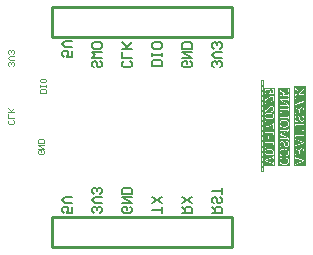
<source format=gbr>
%TF.GenerationSoftware,Altium Limited,Altium Designer,19.0.15 (446)*%
G04 Layer_Color=32896*
%FSLAX45Y45*%
%MOMM*%
%TF.FileFunction,Legend,Bot*%
%TF.Part,Single*%
G01*
G75*
%TA.AperFunction,NonConductor*%
%ADD36C,0.25400*%
%ADD37C,0.12000*%
%ADD38C,0.15000*%
G36*
X11577945Y6621798D02*
Y6560022D01*
X11672484D01*
Y5895500D01*
X11577945D01*
Y5844700D01*
X11552530D01*
Y6621798D01*
X11577945D01*
D02*
G37*
G36*
X11799484Y6558877D02*
Y5895396D01*
X11698359D01*
Y6558877D01*
X11799484D01*
D02*
G37*
G36*
X11928248Y5893000D02*
X11827123D01*
Y6569707D01*
X11928248D01*
Y5893000D01*
D02*
G37*
%LPC*%
G36*
X11567945Y6611798D02*
X11562530D01*
Y6585867D01*
X11567945D01*
Y6611798D01*
D02*
G37*
G36*
Y6568788D02*
X11562530D01*
Y6542857D01*
X11567945D01*
Y6568788D01*
D02*
G37*
G36*
X11661338Y6550022D02*
Y6548252D01*
X11648529D01*
Y6542941D01*
X11655402Y6542524D01*
Y6514198D01*
X11627076Y6511282D01*
X11627180Y6511387D01*
X11627388Y6511595D01*
X11627701Y6512011D01*
X11628222Y6512532D01*
X11629159Y6513782D01*
X11630200Y6515344D01*
X11630304Y6515448D01*
X11630409Y6515760D01*
X11630617Y6516177D01*
X11630929Y6516802D01*
X11631242Y6517635D01*
X11631554Y6518468D01*
X11632179Y6520447D01*
Y6520551D01*
X11632283Y6520967D01*
X11632387Y6521592D01*
X11632595Y6522425D01*
X11632700Y6523467D01*
X11632804Y6524612D01*
X11632908Y6525966D01*
X11633012Y6527424D01*
Y6528570D01*
X11632908Y6529194D01*
Y6529819D01*
X11632700Y6531486D01*
X11632283Y6533256D01*
X11631762Y6535235D01*
X11631033Y6537213D01*
X11629992Y6539192D01*
Y6539296D01*
X11629888Y6539400D01*
X11629367Y6540025D01*
X11628742Y6540962D01*
X11627701Y6542108D01*
X11626451Y6543358D01*
X11624889Y6544711D01*
X11623119Y6545961D01*
X11621036Y6547107D01*
X11620932D01*
X11620828Y6547211D01*
X11620411Y6547419D01*
X11619995Y6547523D01*
X11619474Y6547836D01*
X11618849Y6548044D01*
X11617183Y6548564D01*
X11615204Y6549085D01*
X11612913Y6549606D01*
X11610310Y6549918D01*
X11607498Y6550022D01*
X11661338D01*
X11581359D01*
X11606144D01*
X11605415Y6549918D01*
X11604686D01*
X11602707Y6549710D01*
X11600520Y6549398D01*
X11598229Y6548877D01*
X11595834Y6548252D01*
X11593543Y6547315D01*
X11593439D01*
X11593335Y6547211D01*
X11593022Y6547002D01*
X11592606Y6546794D01*
X11591564Y6546169D01*
X11590211Y6545336D01*
X11588753Y6544191D01*
X11587295Y6542733D01*
X11585837Y6541066D01*
X11584483Y6539192D01*
Y6539088D01*
X11584379Y6538984D01*
X11584170Y6538671D01*
X11583962Y6538255D01*
X11583754Y6537734D01*
X11583546Y6537109D01*
X11582921Y6535547D01*
X11582400Y6533568D01*
X11581879Y6531381D01*
X11581463Y6528778D01*
X11581359Y6525862D01*
Y6524716D01*
X11581463Y6524196D01*
Y6523467D01*
X11581671Y6521905D01*
X11581879Y6520134D01*
X11582296Y6518156D01*
X11582921Y6516073D01*
X11583650Y6514094D01*
Y6513990D01*
X11583754Y6513886D01*
X11584066Y6513261D01*
X11584691Y6512324D01*
X11585420Y6511178D01*
X11586461Y6509929D01*
X11587711Y6508575D01*
X11589169Y6507221D01*
X11590835Y6506075D01*
X11590939D01*
X11591044Y6505971D01*
X11591356Y6505763D01*
X11591668Y6505659D01*
X11592710Y6505138D01*
X11594168Y6504617D01*
X11595938Y6504097D01*
X11597917Y6503680D01*
X11600312Y6503472D01*
X11602811Y6503368D01*
D01*
X11603124Y6503472D01*
Y6509304D01*
X11603020D01*
X11602811D01*
X11602395D01*
X11601770Y6509408D01*
X11601145D01*
X11600416Y6509512D01*
X11598542Y6509824D01*
X11596563Y6510449D01*
X11594584Y6511178D01*
X11592606Y6512324D01*
X11591668Y6512949D01*
X11590835Y6513782D01*
Y6513886D01*
X11590627Y6513990D01*
X11590211Y6514615D01*
X11589482Y6515656D01*
X11588753Y6517010D01*
X11588024Y6518780D01*
X11587295Y6520863D01*
X11586878Y6523154D01*
X11586670Y6525862D01*
Y6526695D01*
X11586774Y6527320D01*
X11586878Y6528049D01*
X11586982Y6528882D01*
X11587295Y6530861D01*
X11587919Y6532944D01*
X11588961Y6535130D01*
X11589482Y6536276D01*
X11590211Y6537317D01*
X11591044Y6538255D01*
X11591981Y6539088D01*
X11592085Y6539192D01*
X11592189Y6539296D01*
X11592502Y6539504D01*
X11593022Y6539817D01*
X11593543Y6540129D01*
X11594168Y6540442D01*
X11595001Y6540858D01*
X11595938Y6541275D01*
X11596980Y6541691D01*
X11598125Y6542108D01*
X11599375Y6542420D01*
X11600729Y6542733D01*
X11602187Y6543045D01*
X11603853Y6543253D01*
X11605519Y6543462D01*
X11607394D01*
X11607498D01*
X11607810D01*
X11608227D01*
X11608852Y6543358D01*
X11609685D01*
X11610518Y6543253D01*
X11612496Y6542941D01*
X11614788Y6542420D01*
X11617183Y6541587D01*
X11619578Y6540442D01*
X11620619Y6539817D01*
X11621661Y6538984D01*
X11621765D01*
X11621869Y6538775D01*
X11622494Y6538150D01*
X11623327Y6537213D01*
X11624368Y6535859D01*
X11625306Y6534089D01*
X11626139Y6532006D01*
X11626764Y6529611D01*
X11626868Y6528257D01*
X11626972Y6526799D01*
Y6525550D01*
X11626868Y6524925D01*
Y6524196D01*
X11626659Y6522529D01*
X11626347Y6520655D01*
X11625931Y6518676D01*
X11625306Y6516906D01*
X11624473Y6515240D01*
X11624368Y6515031D01*
X11624056Y6514615D01*
X11623431Y6513886D01*
X11622702Y6513053D01*
X11621661Y6512115D01*
X11620411Y6511178D01*
X11618953Y6510241D01*
X11617287Y6509512D01*
X11618120Y6504201D01*
X11661338Y6508575D01*
Y6503368D01*
X11602811D01*
X11661338D01*
Y6550022D01*
D02*
G37*
G36*
X11567945Y6525778D02*
X11562530D01*
Y6499847D01*
X11567945D01*
Y6525778D01*
D02*
G37*
G36*
X11662484Y6492225D02*
D01*
Y6466919D01*
X11662380Y6467544D01*
Y6468273D01*
X11662171Y6469939D01*
X11661859Y6471813D01*
X11661338Y6473896D01*
X11660713Y6475979D01*
X11659776Y6477958D01*
Y6478062D01*
X11659672Y6478166D01*
X11659255Y6478791D01*
X11658735Y6479728D01*
X11657901Y6480873D01*
X11656756Y6482123D01*
X11655506Y6483477D01*
X11654048Y6484727D01*
X11652278Y6485872D01*
X11652174D01*
X11652070Y6485976D01*
X11651445Y6486289D01*
X11650403Y6486809D01*
X11649050Y6487330D01*
X11647383Y6487747D01*
X11645509Y6488267D01*
X11643322Y6488580D01*
X11640927Y6488684D01*
X11640718D01*
X11640198D01*
X11639365Y6488580D01*
X11638219Y6488476D01*
X11636865Y6488267D01*
X11635407Y6487851D01*
X11633845Y6487434D01*
X11632179Y6486809D01*
X11631971Y6486705D01*
X11631450Y6486497D01*
X11630513Y6486080D01*
X11629367Y6485456D01*
X11628013Y6484727D01*
X11626451Y6483789D01*
X11624785Y6482748D01*
X11623015Y6481498D01*
X11622806Y6481394D01*
X11622181Y6480873D01*
X11621244Y6480145D01*
X11619890Y6479207D01*
X11618432Y6477958D01*
X11616662Y6476500D01*
X11614788Y6474938D01*
X11612705Y6473167D01*
X11588024Y6451402D01*
X11587815Y6451506D01*
Y6486080D01*
X11598958Y6486393D01*
Y6492225D01*
X11662484D01*
X11582400D01*
Y6443175D01*
X11587295D01*
X11616662Y6469002D01*
X11616766Y6469106D01*
X11616870Y6469210D01*
X11617183Y6469418D01*
X11617599Y6469835D01*
X11618641Y6470668D01*
X11619890Y6471709D01*
X11621348Y6472959D01*
X11623015Y6474209D01*
X11624681Y6475458D01*
X11626243Y6476604D01*
X11626451Y6476708D01*
X11626972Y6477124D01*
X11627701Y6477645D01*
X11628742Y6478270D01*
X11629888Y6478895D01*
X11631242Y6479624D01*
X11632491Y6480249D01*
X11633845Y6480769D01*
X11634053Y6480873D01*
X11634470Y6480978D01*
X11635095Y6481186D01*
X11636032Y6481498D01*
X11637073Y6481707D01*
X11638219Y6481915D01*
X11639469Y6482019D01*
X11640718Y6482123D01*
X11640823D01*
X11641031D01*
X11641447D01*
X11641968Y6482019D01*
X11642593D01*
X11643322Y6481915D01*
X11644988Y6481602D01*
X11646863Y6481082D01*
X11648841Y6480353D01*
X11650716Y6479311D01*
X11652486Y6477853D01*
X11652590D01*
X11652694Y6477645D01*
X11653215Y6477124D01*
X11653944Y6476083D01*
X11654777Y6474729D01*
X11655506Y6473063D01*
X11656235Y6470980D01*
X11656756Y6468481D01*
X11656964Y6467127D01*
Y6464836D01*
X11656860Y6464315D01*
Y6463586D01*
X11656756Y6462753D01*
X11656339Y6460879D01*
X11655715Y6458796D01*
X11654881Y6456609D01*
X11653632Y6454422D01*
X11652799Y6453485D01*
X11651966Y6452547D01*
X11651861D01*
X11651757Y6452339D01*
X11651445Y6452131D01*
X11651028Y6451818D01*
X11650612Y6451506D01*
X11649987Y6451089D01*
X11648425Y6450256D01*
X11646550Y6449319D01*
X11644259Y6448590D01*
X11641656Y6448069D01*
X11640198Y6447965D01*
X11638636Y6447861D01*
Y6441821D01*
X11638948Y6441717D01*
X11582400D01*
X11662484D01*
Y6492225D01*
D02*
G37*
G36*
X11567945Y6482768D02*
X11562530D01*
Y6456837D01*
X11567945D01*
Y6482768D01*
D02*
G37*
G36*
X11591148Y6427554D02*
X11582400D01*
Y6420160D01*
X11591148D01*
Y6427554D01*
D02*
G37*
G36*
X11567945Y6439759D02*
X11562530D01*
Y6413828D01*
X11567945D01*
Y6439759D01*
D02*
G37*
G36*
Y6396749D02*
X11562530D01*
Y6370818D01*
X11567945D01*
Y6396749D01*
D02*
G37*
G36*
X11662484Y6406413D02*
X11582400D01*
Y6355905D01*
D01*
Y6357363D01*
X11587295D01*
X11616662Y6383190D01*
X11616766Y6383294D01*
X11616870Y6383398D01*
X11617183Y6383607D01*
X11617599Y6384023D01*
X11618641Y6384856D01*
X11619890Y6385898D01*
X11621348Y6387147D01*
X11623015Y6388397D01*
X11624681Y6389647D01*
X11626243Y6390792D01*
X11626451Y6390897D01*
X11626972Y6391313D01*
X11627701Y6391834D01*
X11628742Y6392459D01*
X11629888Y6393083D01*
X11631242Y6393812D01*
X11632491Y6394437D01*
X11633845Y6394958D01*
X11634053Y6395062D01*
X11634470Y6395166D01*
X11635095Y6395375D01*
X11636032Y6395687D01*
X11637073Y6395895D01*
X11638219Y6396104D01*
X11639469Y6396208D01*
X11640718Y6396312D01*
X11640823D01*
X11641031D01*
X11641447D01*
X11641968Y6396208D01*
X11642593D01*
X11643322Y6396104D01*
X11644988Y6395791D01*
X11646863Y6395270D01*
X11648841Y6394541D01*
X11650716Y6393500D01*
X11652486Y6392042D01*
X11652590D01*
X11652694Y6391834D01*
X11653215Y6391313D01*
X11653944Y6390272D01*
X11654777Y6388918D01*
X11655506Y6387252D01*
X11656235Y6385169D01*
X11656756Y6382669D01*
X11656964Y6381316D01*
Y6379025D01*
X11656860Y6378504D01*
Y6377775D01*
X11656756Y6376942D01*
X11656339Y6375067D01*
X11655715Y6372984D01*
X11654881Y6370798D01*
X11653632Y6368611D01*
X11652799Y6367673D01*
X11651966Y6366736D01*
X11651861D01*
X11651757Y6366528D01*
X11651445Y6366319D01*
X11651028Y6366007D01*
X11650612Y6365695D01*
X11649987Y6365278D01*
X11648425Y6364445D01*
X11646550Y6363508D01*
X11644259Y6362779D01*
X11641656Y6362258D01*
X11640198Y6362154D01*
X11638636Y6362050D01*
Y6356010D01*
X11638948Y6355905D01*
X11582400D01*
X11662484D01*
X11640094D01*
X11640614Y6356010D01*
X11641343D01*
X11642905Y6356218D01*
X11644780Y6356530D01*
X11646759Y6357051D01*
X11648737Y6357676D01*
X11650820Y6358613D01*
X11650924D01*
X11651028Y6358717D01*
X11651341Y6358926D01*
X11651757Y6359134D01*
X11652694Y6359863D01*
X11653944Y6360800D01*
X11655298Y6361946D01*
X11656756Y6363404D01*
X11658110Y6365070D01*
X11659359Y6367048D01*
Y6367153D01*
X11659464Y6367257D01*
X11659672Y6367569D01*
X11659880Y6367986D01*
X11660088Y6368506D01*
X11660401Y6369235D01*
X11660922Y6370693D01*
X11661546Y6372672D01*
X11661963Y6374859D01*
X11662380Y6377254D01*
X11662484Y6379962D01*
Y6381107D01*
X11662380Y6381732D01*
Y6382461D01*
X11662171Y6384127D01*
X11661859Y6386002D01*
X11661338Y6388085D01*
X11660713Y6390168D01*
X11659776Y6392146D01*
Y6392250D01*
X11659672Y6392354D01*
X11659255Y6392979D01*
X11658735Y6393917D01*
X11657901Y6395062D01*
X11656756Y6396312D01*
X11655506Y6397666D01*
X11654048Y6398915D01*
X11652278Y6400061D01*
X11652174D01*
X11652070Y6400165D01*
X11651445Y6400477D01*
X11650403Y6400998D01*
X11649050Y6401519D01*
X11647383Y6401935D01*
X11645509Y6402456D01*
X11643322Y6402768D01*
X11640927Y6402873D01*
X11640718D01*
X11640198D01*
X11639365Y6402768D01*
X11638219Y6402664D01*
X11636865Y6402456D01*
X11635407Y6402040D01*
X11633845Y6401623D01*
X11632179Y6400998D01*
X11631971Y6400894D01*
X11631450Y6400686D01*
X11630513Y6400269D01*
X11629367Y6399644D01*
X11628013Y6398915D01*
X11626451Y6397978D01*
X11624785Y6396937D01*
X11623015Y6395687D01*
X11622806Y6395583D01*
X11622181Y6395062D01*
X11621244Y6394333D01*
X11619890Y6393396D01*
X11618432Y6392146D01*
X11616662Y6390688D01*
X11614788Y6389126D01*
X11612705Y6387356D01*
X11588024Y6365591D01*
X11587815Y6365695D01*
Y6400269D01*
X11598958Y6400582D01*
Y6406413D01*
X11662484D01*
D02*
G37*
G36*
X11567945Y6353739D02*
X11562530D01*
Y6327808D01*
X11567945D01*
Y6353739D01*
D02*
G37*
G36*
X11662484Y6344658D02*
X11611559D01*
X11610518Y6344554D01*
X11609268Y6344450D01*
X11607706Y6344346D01*
X11606144Y6344138D01*
X11604374Y6343825D01*
X11600520Y6343096D01*
X11598542Y6342576D01*
X11596667Y6341951D01*
X11594689Y6341222D01*
X11592814Y6340284D01*
X11591148Y6339347D01*
X11589482Y6338202D01*
X11589377Y6338098D01*
X11589169Y6337889D01*
X11588753Y6337577D01*
X11588232Y6337056D01*
X11587607Y6336327D01*
X11586878Y6335598D01*
X11586149Y6334661D01*
X11585420Y6333515D01*
X11584691Y6332266D01*
X11583962Y6331016D01*
X11583233Y6329454D01*
X11582608Y6327892D01*
X11582088Y6326121D01*
X11581671Y6324247D01*
X11581463Y6322268D01*
X11581359Y6320185D01*
Y6319665D01*
X11581463Y6319040D01*
Y6318311D01*
X11581567Y6317270D01*
X11581775Y6316228D01*
X11582088Y6314978D01*
X11582400Y6313625D01*
X11582817Y6312167D01*
X11583337Y6310709D01*
X11583962Y6309147D01*
X11584795Y6307689D01*
X11585732Y6306127D01*
X11586774Y6304773D01*
X11588024Y6303315D01*
X11589482Y6302065D01*
X11589586Y6301961D01*
X11589898Y6301753D01*
X11590315Y6301440D01*
X11591044Y6301024D01*
X11591877Y6300607D01*
X11592918Y6299982D01*
X11594064Y6299462D01*
X11595522Y6298837D01*
X11597084Y6298212D01*
X11598854Y6297691D01*
X11600729Y6297066D01*
X11602916Y6296650D01*
X11605207Y6296233D01*
X11607602Y6295921D01*
X11610205Y6295713D01*
X11613017Y6295608D01*
X11581359D01*
X11632075D01*
X11633116Y6295713D01*
X11634470Y6295817D01*
X11635928Y6295921D01*
X11637490Y6296129D01*
X11639260Y6296442D01*
X11643114Y6297171D01*
X11645092Y6297691D01*
X11646967Y6298316D01*
X11648945Y6299045D01*
X11650820Y6299982D01*
X11652486Y6300920D01*
X11654152Y6302065D01*
X11654257Y6302169D01*
X11654465Y6302378D01*
X11654881Y6302690D01*
X11655506Y6303211D01*
X11656131Y6303940D01*
X11656756Y6304773D01*
X11657589Y6305710D01*
X11658318Y6306751D01*
X11659047Y6308001D01*
X11659880Y6309355D01*
X11660505Y6310813D01*
X11661234Y6312375D01*
X11661755Y6314145D01*
X11662171Y6316020D01*
X11662380Y6317999D01*
X11662484Y6320081D01*
Y6312063D01*
Y6321227D01*
X11662380Y6321956D01*
X11662275Y6322997D01*
X11662067Y6324039D01*
X11661755Y6325288D01*
X11661442Y6326642D01*
X11661026Y6328100D01*
X11660505Y6329558D01*
X11659776Y6331016D01*
X11658943Y6332578D01*
X11658006Y6334036D01*
X11656860Y6335494D01*
X11655610Y6336848D01*
X11654152Y6338098D01*
X11654048Y6338202D01*
X11653736Y6338410D01*
X11653319Y6338722D01*
X11652590Y6339139D01*
X11651757Y6339660D01*
X11650716Y6340180D01*
X11649570Y6340805D01*
X11648112Y6341430D01*
X11646550Y6341951D01*
X11644780Y6342576D01*
X11642905Y6343096D01*
X11640718Y6343617D01*
X11638427Y6344034D01*
X11636032Y6344346D01*
X11633429Y6344554D01*
X11630617Y6344658D01*
X11662484D01*
D02*
G37*
G36*
X11567945Y6310729D02*
X11562530D01*
Y6284798D01*
X11567945D01*
Y6310729D01*
D02*
G37*
G36*
X11591148Y6278946D02*
X11582400D01*
Y6271552D01*
X11591148D01*
Y6278946D01*
D02*
G37*
G36*
X11567945Y6267719D02*
X11562530D01*
Y6241788D01*
X11567945D01*
Y6267719D01*
D02*
G37*
G36*
X11661338Y6259159D02*
X11655819D01*
X11655715Y6259055D01*
X11655506Y6258847D01*
X11655090Y6258535D01*
X11654569Y6258118D01*
X11653840Y6257493D01*
X11653007Y6256868D01*
X11652174Y6256139D01*
X11651132Y6255306D01*
X11648841Y6253536D01*
X11646342Y6251661D01*
X11643634Y6249683D01*
X11640823Y6247808D01*
X11640718Y6247704D01*
X11640510Y6247600D01*
X11640094Y6247287D01*
X11639573Y6246975D01*
X11638844Y6246558D01*
X11638011Y6246038D01*
X11637073Y6245517D01*
X11636032Y6244892D01*
X11633741Y6243643D01*
X11631138Y6242185D01*
X11628326Y6240831D01*
X11625306Y6239477D01*
X11625202D01*
X11624993Y6239373D01*
X11624473Y6239165D01*
X11623952Y6238956D01*
X11623223Y6238644D01*
X11622286Y6238227D01*
X11621348Y6237915D01*
X11620203Y6237498D01*
X11618953Y6237082D01*
X11617599Y6236561D01*
X11614788Y6235624D01*
X11611663Y6234687D01*
X11608331Y6233853D01*
X11608227D01*
X11607914Y6233749D01*
X11607394Y6233645D01*
X11606769Y6233541D01*
X11605936Y6233333D01*
X11604998Y6233124D01*
X11603853Y6232916D01*
X11602603Y6232604D01*
X11601145Y6232395D01*
X11599687Y6232083D01*
X11596355Y6231562D01*
X11592814Y6231042D01*
X11588961Y6230521D01*
X11582400Y6229896D01*
Y6223335D01*
X11588961Y6223960D01*
X11589169D01*
X11589586Y6224064D01*
X11590315Y6224168D01*
X11591252Y6224273D01*
X11592397Y6224481D01*
X11593855Y6224689D01*
X11595418Y6224897D01*
X11597188Y6225210D01*
X11598958Y6225522D01*
X11601041Y6225939D01*
X11605207Y6226772D01*
X11609685Y6227917D01*
X11614059Y6229167D01*
X11614163D01*
X11614579Y6229375D01*
X11615204Y6229584D01*
X11616037Y6229792D01*
X11617079Y6230209D01*
X11618328Y6230625D01*
X11619682Y6231146D01*
X11621140Y6231771D01*
X11622806Y6232395D01*
X11624577Y6233124D01*
X11628222Y6234687D01*
X11632179Y6236561D01*
X11636032Y6238644D01*
X11636136Y6238748D01*
X11636449Y6238956D01*
X11637073Y6239269D01*
X11637802Y6239685D01*
X11638740Y6240206D01*
X11639781Y6240935D01*
X11641031Y6241664D01*
X11642385Y6242601D01*
X11643843Y6243538D01*
X11645405Y6244580D01*
X11648737Y6246871D01*
X11652278Y6249579D01*
X11655819Y6252390D01*
Y6213442D01*
X11644780Y6213130D01*
Y6207298D01*
X11582400D01*
X11661338D01*
Y6259159D01*
D02*
G37*
G36*
X11567945Y6224709D02*
X11562530D01*
Y6198779D01*
X11567945D01*
Y6224709D01*
D02*
G37*
G36*
X11661546Y6199175D02*
D01*
Y6185012D01*
X11587815D01*
X11587086Y6199175D01*
X11582400D01*
Y6164288D01*
X11587086D01*
X11587815Y6178451D01*
X11654569D01*
X11652278Y6162830D01*
X11656860D01*
X11661546Y6185012D01*
Y6162830D01*
D01*
Y6199175D01*
D02*
G37*
G36*
X11567945Y6181700D02*
X11562530D01*
Y6155769D01*
X11567945D01*
Y6181700D01*
D02*
G37*
G36*
X11618745Y6149396D02*
X11613330D01*
Y6123465D01*
X11618745D01*
Y6149396D01*
D02*
G37*
G36*
X11567945Y6138690D02*
X11562530D01*
Y6112759D01*
X11567945D01*
Y6138690D01*
D02*
G37*
G36*
X11661546Y6111072D02*
D01*
Y6096909D01*
X11587815D01*
X11587086Y6111072D01*
X11582400D01*
Y6076185D01*
X11587086D01*
X11587815Y6090348D01*
X11654569D01*
X11652278Y6074728D01*
X11656860D01*
X11661546Y6096909D01*
Y6074728D01*
D01*
Y6111072D01*
D02*
G37*
G36*
X11567945Y6095680D02*
X11562530D01*
Y6069749D01*
X11567945D01*
Y6095680D01*
D02*
G37*
G36*
X11591148Y6059940D02*
X11582400D01*
Y6052546D01*
X11591148D01*
Y6059940D01*
D02*
G37*
G36*
X11567945Y6052670D02*
X11562530D01*
Y6026739D01*
X11567945D01*
Y6052670D01*
D02*
G37*
G36*
X11662484Y6037550D02*
X11611559D01*
X11610518Y6037445D01*
X11609268Y6037341D01*
X11607706Y6037237D01*
X11606144Y6037029D01*
X11604374Y6036716D01*
X11600520Y6035987D01*
X11598542Y6035467D01*
X11596667Y6034842D01*
X11594689Y6034113D01*
X11592814Y6033176D01*
X11591148Y6032238D01*
X11589482Y6031093D01*
X11589377Y6030989D01*
X11589169Y6030780D01*
X11588753Y6030468D01*
X11588232Y6029947D01*
X11587607Y6029218D01*
X11586878Y6028489D01*
X11586149Y6027552D01*
X11585420Y6026407D01*
X11584691Y6025157D01*
X11583962Y6023907D01*
X11583233Y6022345D01*
X11582608Y6020783D01*
X11582088Y6019013D01*
X11581671Y6017138D01*
X11581463Y6015159D01*
X11581359Y6013077D01*
D01*
Y6012556D01*
X11581463Y6011931D01*
Y6011202D01*
X11581567Y6010161D01*
X11581775Y6009119D01*
X11582088Y6007870D01*
X11582400Y6006516D01*
X11582817Y6005058D01*
X11583337Y6003600D01*
X11583962Y6002038D01*
X11584795Y6000580D01*
X11585732Y5999018D01*
X11586774Y5997664D01*
X11588024Y5996206D01*
X11589482Y5994956D01*
X11589586Y5994852D01*
X11589898Y5994644D01*
X11590315Y5994331D01*
X11591044Y5993915D01*
X11591877Y5993498D01*
X11592918Y5992873D01*
X11594064Y5992353D01*
X11595522Y5991728D01*
X11597084Y5991103D01*
X11598854Y5990582D01*
X11600729Y5989958D01*
X11602916Y5989541D01*
X11605207Y5989124D01*
X11607602Y5988812D01*
X11610205Y5988604D01*
X11613017Y5988500D01*
X11581359D01*
X11632075D01*
X11633116Y5988604D01*
X11634470Y5988708D01*
X11635928Y5988812D01*
X11637490Y5989020D01*
X11639260Y5989333D01*
X11643114Y5990062D01*
X11645092Y5990582D01*
X11646967Y5991207D01*
X11648945Y5991936D01*
X11650820Y5992873D01*
X11652486Y5993811D01*
X11654152Y5994956D01*
X11654257Y5995060D01*
X11654465Y5995269D01*
X11654881Y5995581D01*
X11655506Y5996102D01*
X11656131Y5996831D01*
X11656756Y5997664D01*
X11657589Y5998601D01*
X11658318Y5999643D01*
X11659047Y6000892D01*
X11659880Y6002246D01*
X11660505Y6003704D01*
X11661234Y6005266D01*
X11661755Y6007037D01*
X11662171Y6008911D01*
X11662380Y6010890D01*
X11662484Y6012972D01*
Y5988500D01*
D01*
Y6014118D01*
X11662380Y6014847D01*
X11662275Y6015888D01*
X11662067Y6016930D01*
X11661755Y6018179D01*
X11661442Y6019533D01*
X11661026Y6020991D01*
X11660505Y6022449D01*
X11659776Y6023907D01*
X11658943Y6025469D01*
X11658006Y6026927D01*
X11656860Y6028385D01*
X11655610Y6029739D01*
X11654152Y6030989D01*
X11654048Y6031093D01*
X11653736Y6031301D01*
X11653319Y6031614D01*
X11652590Y6032030D01*
X11651757Y6032551D01*
X11650716Y6033072D01*
X11649570Y6033696D01*
X11648112Y6034321D01*
X11646550Y6034842D01*
X11644780Y6035467D01*
X11642905Y6035987D01*
X11640718Y6036508D01*
X11638427Y6036925D01*
X11636032Y6037237D01*
X11633429Y6037445D01*
X11630617Y6037550D01*
X11662484D01*
D02*
G37*
G36*
X11567945Y6009660D02*
X11562530D01*
Y5983729D01*
X11567945D01*
Y6009660D01*
D02*
G37*
G36*
Y5966650D02*
X11562530D01*
Y5940720D01*
X11567945D01*
Y5966650D01*
D02*
G37*
G36*
X11661338Y5978815D02*
X11656548D01*
X11656235Y5972670D01*
X11582400Y5945177D01*
Y5939033D01*
X11656235Y5911540D01*
X11656548Y5905500D01*
X11582400D01*
X11661338D01*
Y5978815D01*
D02*
G37*
G36*
X11567945Y5923641D02*
X11562530D01*
Y5897710D01*
X11567945D01*
Y5923641D01*
D02*
G37*
G36*
Y5880631D02*
X11562530D01*
Y5854700D01*
X11567945D01*
Y5880631D01*
D02*
G37*
%LPD*%
G36*
X11662484Y6441717D02*
X11640094D01*
X11640614Y6441821D01*
X11641343D01*
X11642905Y6442029D01*
X11644780Y6442342D01*
X11646759Y6442862D01*
X11648737Y6443487D01*
X11650820Y6444424D01*
X11650924D01*
X11651028Y6444529D01*
X11651341Y6444737D01*
X11651757Y6444945D01*
X11652694Y6445674D01*
X11653944Y6446611D01*
X11655298Y6447757D01*
X11656756Y6449215D01*
X11658110Y6450881D01*
X11659359Y6452860D01*
Y6452964D01*
X11659464Y6453068D01*
X11659672Y6453381D01*
X11659880Y6453797D01*
X11660088Y6454318D01*
X11660401Y6455047D01*
X11660922Y6456505D01*
X11661546Y6458483D01*
X11661963Y6460670D01*
X11662380Y6463066D01*
X11662484Y6465773D01*
Y6441717D01*
D02*
G37*
G36*
X11633741Y6338098D02*
X11634782D01*
X11635928Y6337993D01*
X11637178Y6337785D01*
X11638636Y6337577D01*
X11641656Y6337056D01*
X11644676Y6336223D01*
X11647696Y6335077D01*
X11649154Y6334349D01*
X11650403Y6333515D01*
X11650508D01*
X11650716Y6333307D01*
X11651028Y6332995D01*
X11651445Y6332682D01*
X11651966Y6332162D01*
X11652486Y6331641D01*
X11653111Y6330912D01*
X11653736Y6330079D01*
X11654881Y6328204D01*
X11655923Y6325913D01*
X11656339Y6324559D01*
X11656652Y6323206D01*
X11656860Y6321643D01*
X11656964Y6320081D01*
Y6319248D01*
X11656860Y6318623D01*
X11656756Y6317894D01*
X11656652Y6317061D01*
X11656131Y6315083D01*
X11655402Y6313000D01*
X11654881Y6311854D01*
X11654152Y6310709D01*
X11653423Y6309667D01*
X11652590Y6308522D01*
X11651549Y6307585D01*
X11650403Y6306647D01*
X11650299D01*
X11650091Y6306439D01*
X11649674Y6306231D01*
X11649154Y6305918D01*
X11648529Y6305606D01*
X11647696Y6305189D01*
X11646759Y6304773D01*
X11645613Y6304356D01*
X11644363Y6303940D01*
X11643009Y6303523D01*
X11641447Y6303107D01*
X11639781Y6302794D01*
X11638011Y6302482D01*
X11636032Y6302273D01*
X11633949Y6302169D01*
X11631762Y6302065D01*
X11612080D01*
X11611976D01*
X11611559D01*
X11610934D01*
X11610101Y6302169D01*
X11609060D01*
X11607914Y6302273D01*
X11606560Y6302482D01*
X11605207Y6302690D01*
X11602187Y6303211D01*
X11599062Y6304044D01*
X11596042Y6305189D01*
X11594689Y6305918D01*
X11593335Y6306751D01*
X11593231Y6306856D01*
X11593022Y6306960D01*
X11592710Y6307272D01*
X11592293Y6307585D01*
X11591773Y6308105D01*
X11591252Y6308730D01*
X11590627Y6309355D01*
X11590002Y6310188D01*
X11588753Y6312063D01*
X11587711Y6314354D01*
X11587295Y6315707D01*
X11586982Y6317061D01*
X11586774Y6318623D01*
X11586670Y6320185D01*
Y6321019D01*
X11586774Y6321643D01*
X11586878Y6322372D01*
X11586982Y6323206D01*
X11587503Y6325184D01*
X11588232Y6327267D01*
X11588857Y6328413D01*
X11589482Y6329454D01*
X11590211Y6330599D01*
X11591044Y6331641D01*
X11592085Y6332578D01*
X11593231Y6333515D01*
X11593335Y6333620D01*
X11593543Y6333724D01*
X11593960Y6333932D01*
X11594480Y6334244D01*
X11595105Y6334557D01*
X11595938Y6334973D01*
X11596980Y6335390D01*
X11598125Y6335911D01*
X11599375Y6336327D01*
X11600729Y6336744D01*
X11602291Y6337160D01*
X11603957Y6337473D01*
X11605831Y6337785D01*
X11607810Y6337993D01*
X11609893Y6338202D01*
X11612080D01*
X11631762D01*
X11631866D01*
X11632283D01*
X11632908D01*
X11633741Y6338098D01*
D02*
G37*
G36*
Y6030989D02*
X11634782D01*
X11635928Y6030885D01*
X11637178Y6030676D01*
X11638636Y6030468D01*
X11641656Y6029947D01*
X11644676Y6029114D01*
X11647696Y6027969D01*
X11649154Y6027240D01*
X11650403Y6026407D01*
X11650508D01*
X11650716Y6026198D01*
X11651028Y6025886D01*
X11651445Y6025573D01*
X11651966Y6025053D01*
X11652486Y6024532D01*
X11653111Y6023803D01*
X11653736Y6022970D01*
X11654881Y6021095D01*
X11655923Y6018804D01*
X11656339Y6017450D01*
X11656652Y6016097D01*
X11656860Y6014535D01*
X11656964Y6012972D01*
Y6012139D01*
X11656860Y6011515D01*
X11656756Y6010786D01*
X11656652Y6009952D01*
X11656131Y6007974D01*
X11655402Y6005891D01*
X11654881Y6004745D01*
X11654152Y6003600D01*
X11653423Y6002558D01*
X11652590Y6001413D01*
X11651549Y6000476D01*
X11650403Y5999538D01*
X11650299D01*
X11650091Y5999330D01*
X11649674Y5999122D01*
X11649154Y5998809D01*
X11648529Y5998497D01*
X11647696Y5998080D01*
X11646759Y5997664D01*
X11645613Y5997247D01*
X11644363Y5996831D01*
X11643009Y5996414D01*
X11641447Y5995998D01*
X11639781Y5995685D01*
X11638011Y5995373D01*
X11636032Y5995165D01*
X11633949Y5995060D01*
X11631762Y5994956D01*
X11612080D01*
X11611976D01*
X11611559D01*
X11610934D01*
X11610101Y5995060D01*
X11609060D01*
X11607914Y5995165D01*
X11606560Y5995373D01*
X11605207Y5995581D01*
X11602187Y5996102D01*
X11599062Y5996935D01*
X11596042Y5998080D01*
X11594689Y5998809D01*
X11593335Y5999643D01*
X11593231Y5999747D01*
X11593022Y5999851D01*
X11592710Y6000163D01*
X11592293Y6000476D01*
X11591773Y6000996D01*
X11591252Y6001621D01*
X11590627Y6002246D01*
X11590002Y6003079D01*
X11588753Y6004954D01*
X11587711Y6007245D01*
X11587295Y6008599D01*
X11586982Y6009952D01*
X11586774Y6011515D01*
X11586670Y6013077D01*
Y6013910D01*
X11586774Y6014535D01*
X11586878Y6015264D01*
X11586982Y6016097D01*
X11587503Y6018075D01*
X11588232Y6020158D01*
X11588857Y6021304D01*
X11589482Y6022345D01*
X11590211Y6023491D01*
X11591044Y6024532D01*
X11592085Y6025469D01*
X11593231Y6026407D01*
X11593335Y6026511D01*
X11593543Y6026615D01*
X11593960Y6026823D01*
X11594480Y6027136D01*
X11595105Y6027448D01*
X11595938Y6027864D01*
X11596980Y6028281D01*
X11598125Y6028802D01*
X11599375Y6029218D01*
X11600729Y6029635D01*
X11602291Y6030051D01*
X11603957Y6030364D01*
X11605831Y6030676D01*
X11607810Y6030885D01*
X11609893Y6031093D01*
X11612080D01*
X11631762D01*
X11631866D01*
X11632283D01*
X11632908D01*
X11633741Y6030989D01*
D02*
G37*
G36*
X11656548Y5957987D02*
X11661338D01*
Y5926328D01*
X11656548D01*
X11656131Y5918518D01*
X11596042Y5940387D01*
X11590835Y5941949D01*
Y5942366D01*
X11596042Y5943928D01*
X11656131Y5966109D01*
X11656548Y5957987D01*
D02*
G37*
%LPC*%
G36*
X11788338Y6548877D02*
Y6546273D01*
X11783548D01*
X11782923Y6539504D01*
X11753855Y6513255D01*
X11714711Y6542108D01*
X11714086Y6548877D01*
X11709400D01*
Y6526174D01*
X11714086D01*
X11714399Y6533985D01*
X11714607D01*
X11749090Y6508952D01*
X11732411Y6493891D01*
X11714815D01*
X11714086Y6502639D01*
X11709400D01*
Y6478478D01*
X11788338D01*
Y6548877D01*
D02*
G37*
G36*
Y6470147D02*
X11783548D01*
X11782819Y6461295D01*
X11709400D01*
Y6470147D01*
Y6455255D01*
X11777508Y6409642D01*
X11777403Y6409225D01*
X11714815D01*
X11714086Y6418494D01*
X11709400D01*
Y6394333D01*
X11788338D01*
Y6470147D01*
D02*
G37*
G36*
Y6386002D02*
X11783548D01*
X11782819Y6377254D01*
X11714815D01*
X11714086Y6386002D01*
X11709400D01*
Y6361841D01*
X11788338D01*
Y6386002D01*
D02*
G37*
G36*
Y6352052D02*
Y6321748D01*
X11783548D01*
X11782819Y6313000D01*
X11714711D01*
Y6346116D01*
X11727520Y6346741D01*
Y6352052D01*
X11709400D01*
Y6297587D01*
X11788338D01*
Y6352052D01*
D02*
G37*
G36*
X11749286Y6287694D02*
X11708359D01*
Y6221773D01*
Y6253432D01*
X11708463Y6252807D01*
Y6251974D01*
X11708671Y6250203D01*
X11709088Y6248121D01*
X11709504Y6245830D01*
X11710233Y6243538D01*
X11711170Y6241143D01*
Y6241039D01*
X11711275Y6240831D01*
X11711483Y6240518D01*
X11711691Y6240102D01*
X11712316Y6238956D01*
X11713253Y6237602D01*
X11714399Y6235936D01*
X11715753Y6234166D01*
X11717419Y6232395D01*
X11719293Y6230729D01*
X11719397D01*
X11719502Y6230521D01*
X11719814Y6230313D01*
X11720231Y6230000D01*
X11720751Y6229688D01*
X11721376Y6229271D01*
X11722834Y6228230D01*
X11724709Y6227188D01*
X11726896Y6226043D01*
X11729291Y6225002D01*
X11731894Y6224064D01*
X11731998D01*
X11732207Y6223960D01*
X11732623Y6223856D01*
X11733144Y6223752D01*
X11733873Y6223544D01*
X11734706Y6223335D01*
X11735643Y6223127D01*
X11736685Y6222919D01*
X11737934Y6222710D01*
X11739184Y6222502D01*
X11741996Y6222086D01*
X11745016Y6221877D01*
X11748348Y6221773D01*
X11708359D01*
X11750848D01*
X11751577Y6221877D01*
X11752514D01*
X11753555Y6221981D01*
X11754701Y6222086D01*
X11757304Y6222294D01*
X11760012Y6222710D01*
X11762824Y6223335D01*
X11765636Y6224064D01*
X11765740D01*
X11765948Y6224168D01*
X11766365Y6224273D01*
X11766885Y6224481D01*
X11767510Y6224689D01*
X11768239Y6225002D01*
X11770009Y6225730D01*
X11771988Y6226668D01*
X11774071Y6227813D01*
X11776258Y6229167D01*
X11778341Y6230625D01*
X11778445Y6230729D01*
X11778549Y6230833D01*
X11779278Y6231458D01*
X11780215Y6232291D01*
X11781361Y6233541D01*
X11782715Y6235103D01*
X11784068Y6236873D01*
X11785422Y6238852D01*
X11786568Y6241039D01*
Y6241143D01*
X11786672Y6241352D01*
X11786880Y6241664D01*
X11786984Y6242080D01*
X11787297Y6242705D01*
X11787505Y6243330D01*
X11788026Y6245101D01*
X11788546Y6247079D01*
X11789067Y6249370D01*
X11789380Y6251974D01*
X11789484Y6254681D01*
Y6255931D01*
X11789380Y6256660D01*
Y6257389D01*
X11789171Y6259264D01*
X11788755Y6261346D01*
X11788234Y6263742D01*
X11787505Y6266033D01*
X11786568Y6268428D01*
Y6268532D01*
X11786464Y6268740D01*
X11786255Y6269053D01*
X11786047Y6269469D01*
X11785422Y6270615D01*
X11784485Y6272073D01*
X11783339Y6273635D01*
X11781881Y6275405D01*
X11780215Y6277176D01*
X11778341Y6278842D01*
X11778237D01*
X11778132Y6279050D01*
X11777820Y6279258D01*
X11777403Y6279571D01*
X11776883Y6279883D01*
X11776258Y6280300D01*
X11774800Y6281237D01*
X11772925Y6282279D01*
X11770738Y6283424D01*
X11768343Y6284465D01*
X11765636Y6285403D01*
X11765531D01*
X11765323Y6285507D01*
X11764907Y6285611D01*
X11764386Y6285715D01*
X11763657Y6285923D01*
X11762824Y6286132D01*
X11761887Y6286340D01*
X11760845Y6286548D01*
X11759700Y6286757D01*
X11758450Y6286965D01*
X11755638Y6287381D01*
X11752618Y6287590D01*
X11749286Y6287694D01*
D02*
G37*
G36*
X11788338Y6211776D02*
X11783548D01*
X11782819Y6202924D01*
X11714815D01*
X11714086Y6211776D01*
X11709400D01*
Y6117737D01*
X11788338D01*
Y6135441D01*
X11720647Y6164600D01*
Y6164913D01*
X11788338Y6193760D01*
Y6211776D01*
D02*
G37*
G36*
X11789484Y6108156D02*
X11708359D01*
Y6054316D01*
D01*
Y6079830D01*
X11708463Y6079206D01*
Y6078477D01*
X11708567Y6076706D01*
X11708879Y6074623D01*
X11709192Y6072332D01*
X11709712Y6069833D01*
X11710337Y6067334D01*
Y6067229D01*
X11710441Y6067021D01*
X11710546Y6066709D01*
X11710754Y6066188D01*
X11710962Y6065563D01*
X11711170Y6064938D01*
X11711899Y6063168D01*
X11712732Y6061189D01*
X11713878Y6059002D01*
X11715128Y6056711D01*
X11716690Y6054316D01*
X11731998D01*
Y6059731D01*
X11719606Y6060564D01*
Y6060669D01*
X11719502Y6060773D01*
X11719085Y6061398D01*
X11718564Y6062335D01*
X11717939Y6063585D01*
X11717211Y6065042D01*
X11716586Y6066813D01*
X11715857Y6068583D01*
X11715232Y6070458D01*
Y6070562D01*
X11715128Y6070666D01*
Y6070978D01*
X11715024Y6071395D01*
X11714815Y6072436D01*
X11714503Y6073686D01*
X11714190Y6075352D01*
X11713982Y6077123D01*
X11713878Y6078997D01*
X11713774Y6080976D01*
Y6082017D01*
X11713878Y6083163D01*
X11713982Y6084621D01*
X11714190Y6086287D01*
X11714607Y6088162D01*
X11715024Y6090036D01*
X11715648Y6091806D01*
Y6091911D01*
X11715753Y6092015D01*
X11716065Y6092535D01*
X11716482Y6093473D01*
X11717106Y6094514D01*
X11717835Y6095660D01*
X11718773Y6096805D01*
X11719814Y6097951D01*
X11721064Y6098992D01*
X11721272Y6099096D01*
X11721689Y6099409D01*
X11722418Y6099825D01*
X11723355Y6100346D01*
X11724500Y6100762D01*
X11725854Y6101179D01*
X11727312Y6101491D01*
X11728978Y6101596D01*
X11729187D01*
X11729707D01*
X11730540Y6101491D01*
X11731582Y6101387D01*
X11732727Y6101075D01*
X11734081Y6100762D01*
X11735331Y6100242D01*
X11736581Y6099513D01*
X11736685Y6099409D01*
X11737101Y6099096D01*
X11737726Y6098576D01*
X11738559Y6097847D01*
X11739496Y6096909D01*
X11740434Y6095764D01*
X11741475Y6094410D01*
X11742412Y6092744D01*
X11742517Y6092535D01*
X11742621Y6092223D01*
X11742829Y6091911D01*
X11743350Y6090869D01*
X11743974Y6089411D01*
X11744599Y6087537D01*
X11745432Y6085454D01*
X11746161Y6082850D01*
X11746995Y6080039D01*
Y6079934D01*
X11747099Y6079622D01*
X11747203Y6079206D01*
X11747411Y6078581D01*
X11747619Y6077852D01*
X11747828Y6077019D01*
X11748453Y6075040D01*
X11749181Y6072749D01*
X11750119Y6070458D01*
X11751056Y6068063D01*
X11752097Y6065876D01*
Y6065771D01*
X11752202Y6065667D01*
X11752618Y6065042D01*
X11753243Y6064001D01*
X11754180Y6062856D01*
X11755222Y6061502D01*
X11756367Y6060252D01*
X11757825Y6059002D01*
X11759283Y6057857D01*
X11759491Y6057753D01*
X11760012Y6057440D01*
X11760949Y6057024D01*
X11762199Y6056607D01*
X11763657Y6056191D01*
X11765323Y6055774D01*
X11767302Y6055462D01*
X11769385Y6055357D01*
X11769489D01*
X11769697D01*
X11770009D01*
X11770426Y6055462D01*
X11771467Y6055566D01*
X11772925Y6055774D01*
X11774487Y6056086D01*
X11776258Y6056711D01*
X11778028Y6057440D01*
X11779799Y6058482D01*
X11779903D01*
X11780007Y6058586D01*
X11780528Y6059107D01*
X11781361Y6059731D01*
X11782402Y6060773D01*
X11783548Y6062022D01*
X11784693Y6063480D01*
X11785839Y6065251D01*
X11786880Y6067229D01*
Y6067334D01*
X11786984Y6067542D01*
X11787088Y6067854D01*
X11787297Y6068271D01*
X11787505Y6068792D01*
X11787713Y6069416D01*
X11788234Y6071083D01*
X11788651Y6072957D01*
X11789067Y6075248D01*
X11789380Y6077748D01*
X11789484Y6080455D01*
Y6081809D01*
X11789380Y6082538D01*
Y6083371D01*
X11789171Y6085246D01*
X11788859Y6087433D01*
X11788442Y6089828D01*
X11787922Y6092327D01*
X11787088Y6094722D01*
Y6094827D01*
X11786984Y6095035D01*
X11786880Y6095347D01*
X11786672Y6095764D01*
X11786151Y6096909D01*
X11785422Y6098367D01*
X11784589Y6100034D01*
X11783444Y6101804D01*
X11782298Y6103678D01*
X11780944Y6105345D01*
X11766885D01*
Y6099929D01*
X11778028Y6099200D01*
X11778132Y6099096D01*
X11778445Y6098576D01*
X11778966Y6097847D01*
X11779590Y6096909D01*
X11780319Y6095660D01*
X11781048Y6094306D01*
X11781777Y6092744D01*
X11782402Y6091077D01*
X11782506Y6090869D01*
X11782610Y6090244D01*
X11782923Y6089307D01*
X11783235Y6087953D01*
X11783444Y6086391D01*
X11783756Y6084621D01*
X11783860Y6082642D01*
X11783964Y6080455D01*
Y6079518D01*
X11783860Y6078372D01*
X11783756Y6077019D01*
X11783444Y6075456D01*
X11783131Y6073790D01*
X11782610Y6072124D01*
X11781986Y6070458D01*
X11781881Y6070249D01*
X11781673Y6069729D01*
X11781257Y6069000D01*
X11780632Y6068063D01*
X11779903Y6067021D01*
X11778966Y6065980D01*
X11777924Y6064938D01*
X11776779Y6064001D01*
X11776674Y6063897D01*
X11776258Y6063689D01*
X11775529Y6063272D01*
X11774696Y6062960D01*
X11773550Y6062543D01*
X11772301Y6062127D01*
X11770947Y6061918D01*
X11769489Y6061814D01*
X11769281D01*
X11768864D01*
X11768031Y6061918D01*
X11767094Y6062022D01*
X11766052Y6062231D01*
X11764907Y6062543D01*
X11763657Y6062960D01*
X11762511Y6063585D01*
X11762407Y6063689D01*
X11761991Y6064001D01*
X11761470Y6064418D01*
X11760741Y6065042D01*
X11759908Y6065980D01*
X11758971Y6067021D01*
X11758138Y6068271D01*
X11757200Y6069833D01*
X11757096Y6070041D01*
X11756784Y6070666D01*
X11756367Y6071603D01*
X11755742Y6073061D01*
X11755117Y6074728D01*
X11754388Y6076914D01*
X11753555Y6079310D01*
X11752722Y6082121D01*
Y6082226D01*
X11752618Y6082642D01*
X11752410Y6083371D01*
X11752097Y6084204D01*
X11751785Y6085246D01*
X11751368Y6086495D01*
X11750952Y6087849D01*
X11750431Y6089307D01*
X11749181Y6092431D01*
X11747619Y6095660D01*
X11745849Y6098784D01*
X11744912Y6100242D01*
X11743870Y6101491D01*
X11743766Y6101596D01*
X11743662Y6101804D01*
X11743246Y6102116D01*
X11742829Y6102533D01*
X11742308Y6103054D01*
X11741579Y6103574D01*
X11740850Y6104199D01*
X11739913Y6104824D01*
X11738872Y6105449D01*
X11737830Y6106074D01*
X11735227Y6107115D01*
X11733873Y6107532D01*
X11732311Y6107844D01*
X11730749Y6108052D01*
X11729082Y6108156D01*
X11789484D01*
D02*
G37*
G36*
X11749286Y6042757D02*
X11708359D01*
Y5976836D01*
Y6008494D01*
X11708463Y6007870D01*
Y6007037D01*
X11708671Y6005266D01*
X11709088Y6003183D01*
X11709504Y6000892D01*
X11710233Y5998601D01*
X11711170Y5996206D01*
Y5996102D01*
X11711275Y5995894D01*
X11711483Y5995581D01*
X11711691Y5995165D01*
X11712316Y5994019D01*
X11713253Y5992665D01*
X11714399Y5990999D01*
X11715753Y5989229D01*
X11717419Y5987458D01*
X11719293Y5985792D01*
X11719397D01*
X11719502Y5985584D01*
X11719814Y5985375D01*
X11720231Y5985063D01*
X11720751Y5984751D01*
X11721376Y5984334D01*
X11722834Y5983293D01*
X11724709Y5982251D01*
X11726896Y5981106D01*
X11729291Y5980064D01*
X11731894Y5979127D01*
X11731998D01*
X11732207Y5979023D01*
X11732623Y5978919D01*
X11733144Y5978815D01*
X11733873Y5978606D01*
X11734706Y5978398D01*
X11735643Y5978190D01*
X11736685Y5977981D01*
X11737934Y5977773D01*
X11739184Y5977565D01*
X11741996Y5977148D01*
X11745016Y5976940D01*
X11748348Y5976836D01*
X11708359D01*
X11750848D01*
X11751577Y5976940D01*
X11752514D01*
X11753555Y5977044D01*
X11754701Y5977148D01*
X11757304Y5977357D01*
X11760012Y5977773D01*
X11762824Y5978398D01*
X11765636Y5979127D01*
X11765740D01*
X11765948Y5979231D01*
X11766365Y5979335D01*
X11766885Y5979544D01*
X11767510Y5979752D01*
X11768239Y5980064D01*
X11770009Y5980793D01*
X11771988Y5981730D01*
X11774071Y5982876D01*
X11776258Y5984230D01*
X11778341Y5985688D01*
X11778445Y5985792D01*
X11778549Y5985896D01*
X11779278Y5986521D01*
X11780215Y5987354D01*
X11781361Y5988604D01*
X11782715Y5990166D01*
X11784068Y5991936D01*
X11785422Y5993915D01*
X11786568Y5996102D01*
Y5996206D01*
X11786672Y5996414D01*
X11786880Y5996727D01*
X11786984Y5997143D01*
X11787297Y5997768D01*
X11787505Y5998393D01*
X11788026Y6000163D01*
X11788546Y6002142D01*
X11789067Y6004433D01*
X11789380Y6007037D01*
X11789484Y6009744D01*
Y6010994D01*
X11789380Y6011723D01*
Y6012452D01*
X11789171Y6014326D01*
X11788755Y6016409D01*
X11788234Y6018804D01*
X11787505Y6021095D01*
X11786568Y6023491D01*
Y6023595D01*
X11786464Y6023803D01*
X11786255Y6024115D01*
X11786047Y6024532D01*
X11785422Y6025678D01*
X11784485Y6027136D01*
X11783339Y6028698D01*
X11781881Y6030468D01*
X11780215Y6032238D01*
X11778341Y6033905D01*
X11778237D01*
X11778132Y6034113D01*
X11777820Y6034321D01*
X11777403Y6034634D01*
X11776883Y6034946D01*
X11776258Y6035363D01*
X11774800Y6036300D01*
X11772925Y6037341D01*
X11770738Y6038487D01*
X11768343Y6039528D01*
X11765636Y6040465D01*
X11765531D01*
X11765323Y6040570D01*
X11764907Y6040674D01*
X11764386Y6040778D01*
X11763657Y6040986D01*
X11762824Y6041194D01*
X11761887Y6041403D01*
X11760845Y6041611D01*
X11759700Y6041819D01*
X11758450Y6042028D01*
X11755638Y6042444D01*
X11752618Y6042652D01*
X11749286Y6042757D01*
D02*
G37*
G36*
X11789484Y5964860D02*
X11708359D01*
X11714607D01*
X11714503Y5964652D01*
X11714086Y5964027D01*
X11713461Y5962985D01*
X11712837Y5961736D01*
X11712003Y5960069D01*
X11711275Y5958299D01*
X11710441Y5956216D01*
X11709817Y5954029D01*
Y5953925D01*
X11709712Y5953717D01*
Y5953404D01*
X11709608Y5952988D01*
X11709504Y5952467D01*
X11709400Y5951738D01*
X11709088Y5950176D01*
X11708775Y5948302D01*
X11708567Y5946115D01*
X11708463Y5943824D01*
X11708359Y5941324D01*
Y5940179D01*
X11708463Y5939345D01*
Y5938408D01*
X11708671Y5937263D01*
X11708775Y5935909D01*
X11708983Y5934451D01*
X11709608Y5931431D01*
X11710441Y5928098D01*
X11711691Y5924766D01*
X11712524Y5923204D01*
X11713357Y5921642D01*
X11713461Y5921538D01*
X11713566Y5921329D01*
X11713878Y5920913D01*
X11714295Y5920288D01*
X11714815Y5919663D01*
X11715440Y5918934D01*
X11716169Y5917997D01*
X11717002Y5917164D01*
X11718044Y5916122D01*
X11719085Y5915185D01*
X11721480Y5913102D01*
X11724292Y5911228D01*
X11727520Y5909457D01*
X11727624D01*
X11727937Y5909249D01*
X11728458Y5909041D01*
X11729082Y5908832D01*
X11730020Y5908520D01*
X11731061Y5908208D01*
X11732207Y5907791D01*
X11733560Y5907479D01*
X11735018Y5907062D01*
X11736581Y5906646D01*
X11738351Y5906333D01*
X11740121Y5906021D01*
X11744079Y5905604D01*
X11748348Y5905396D01*
X11708359D01*
X11750431D01*
X11751264Y5905500D01*
X11752306D01*
X11753555Y5905604D01*
X11754909Y5905708D01*
X11756367Y5905917D01*
X11757929Y5906125D01*
X11759595Y5906437D01*
X11763136Y5907166D01*
X11766677Y5908208D01*
X11770218Y5909666D01*
X11770322Y5909770D01*
X11770634Y5909874D01*
X11771051Y5910082D01*
X11771676Y5910499D01*
X11772509Y5910915D01*
X11773342Y5911436D01*
X11775425Y5912790D01*
X11777612Y5914456D01*
X11780007Y5916539D01*
X11782298Y5919038D01*
X11784381Y5921746D01*
X11784485Y5921850D01*
X11784589Y5922058D01*
X11784901Y5922579D01*
X11785214Y5923100D01*
X11785526Y5923933D01*
X11786047Y5924766D01*
X11786464Y5925807D01*
X11786984Y5926953D01*
X11787401Y5928307D01*
X11787922Y5929660D01*
X11788338Y5931118D01*
X11788651Y5932785D01*
X11789275Y5936221D01*
X11789380Y5938096D01*
X11789484Y5940074D01*
Y5941428D01*
X11789380Y5942157D01*
Y5942990D01*
X11789171Y5944865D01*
X11788963Y5947052D01*
X11788546Y5949343D01*
X11787922Y5951738D01*
X11787193Y5954029D01*
Y5954133D01*
X11787088Y5954342D01*
X11786984Y5954654D01*
X11786776Y5955071D01*
X11786255Y5956112D01*
X11785526Y5957570D01*
X11784693Y5959236D01*
X11783548Y5961007D01*
X11782402Y5962777D01*
X11780944Y5964547D01*
X11765636D01*
Y5959028D01*
X11778237Y5958507D01*
X11778341Y5958403D01*
X11778549Y5958091D01*
X11778861Y5957570D01*
X11779278Y5956945D01*
X11779799Y5956216D01*
X11780215Y5955383D01*
X11781257Y5953404D01*
X11781361Y5953300D01*
X11781465Y5952988D01*
X11781673Y5952363D01*
X11781986Y5951738D01*
X11782298Y5950801D01*
X11782610Y5949864D01*
X11782923Y5948718D01*
X11783131Y5947573D01*
Y5947468D01*
X11783235Y5947052D01*
X11783339Y5946323D01*
X11783548Y5945386D01*
X11783652Y5944344D01*
X11783756Y5943095D01*
X11783860Y5941637D01*
Y5939241D01*
X11783756Y5938617D01*
Y5937888D01*
X11783652Y5937054D01*
X11783548Y5936013D01*
X11783339Y5934972D01*
X11782819Y5932576D01*
X11781986Y5930077D01*
X11780944Y5927578D01*
X11779486Y5925078D01*
Y5924974D01*
X11779278Y5924766D01*
X11779070Y5924453D01*
X11778653Y5924037D01*
X11777716Y5922891D01*
X11776362Y5921538D01*
X11774592Y5919975D01*
X11772509Y5918309D01*
X11770114Y5916851D01*
X11767302Y5915393D01*
X11767198D01*
X11766989Y5915289D01*
X11766573Y5915081D01*
X11765948Y5914873D01*
X11765219Y5914560D01*
X11764386Y5914352D01*
X11763345Y5914039D01*
X11762199Y5913727D01*
X11760949Y5913310D01*
X11759595Y5912998D01*
X11756575Y5912477D01*
X11753139Y5912061D01*
X11749494Y5911957D01*
X11748348D01*
X11748244D01*
X11747932D01*
X11747307D01*
X11746578Y5912061D01*
X11745641D01*
X11744599Y5912165D01*
X11743454Y5912269D01*
X11742100Y5912373D01*
X11739288Y5912790D01*
X11736164Y5913415D01*
X11733040Y5914248D01*
X11730020Y5915393D01*
X11729916D01*
X11729707Y5915602D01*
X11729291Y5915810D01*
X11728770Y5916018D01*
X11728145Y5916435D01*
X11727312Y5916851D01*
X11725646Y5917997D01*
X11723667Y5919455D01*
X11721689Y5921121D01*
X11719814Y5923204D01*
X11718044Y5925495D01*
Y5925599D01*
X11717835Y5925807D01*
X11717627Y5926224D01*
X11717419Y5926640D01*
X11717106Y5927369D01*
X11716690Y5928098D01*
X11716273Y5929036D01*
X11715961Y5929973D01*
X11715544Y5931118D01*
X11715128Y5932368D01*
X11714399Y5935076D01*
X11713982Y5938096D01*
X11713774Y5941428D01*
Y5942261D01*
X11713878Y5943303D01*
X11713982Y5944553D01*
X11714086Y5946010D01*
X11714295Y5947573D01*
X11714607Y5949239D01*
X11715024Y5951009D01*
Y5951113D01*
X11715128Y5951217D01*
X11715232Y5951842D01*
X11715544Y5952675D01*
X11715961Y5953717D01*
X11716377Y5954967D01*
X11717002Y5956320D01*
X11717627Y5957570D01*
X11718356Y5958820D01*
X11730332Y5959445D01*
Y5964860D01*
X11789484D01*
D02*
G37*
%LPD*%
G36*
X11755117Y6512324D02*
X11750327Y6508054D01*
X11749090Y6508952D01*
X11753855Y6513255D01*
X11755117Y6512324D01*
D02*
G37*
G36*
X11783548Y6523987D02*
X11788338D01*
Y6502639D01*
X11783548D01*
X11782819Y6493891D01*
X11740816D01*
X11736164Y6489725D01*
X11731374Y6492954D01*
X11732411Y6493891D01*
X11740816D01*
X11782923Y6531590D01*
X11783235Y6531694D01*
X11783548Y6523987D01*
D02*
G37*
G36*
Y6478478D02*
X11714086D01*
X11714815Y6487330D01*
X11782819D01*
X11783548Y6478478D01*
D02*
G37*
G36*
Y6445987D02*
X11788338D01*
Y6409746D01*
X11720439Y6454838D01*
X11720543Y6455151D01*
X11782819D01*
X11783548Y6445987D01*
D02*
G37*
G36*
Y6394333D02*
X11714086D01*
X11714815Y6403185D01*
X11782819D01*
X11783548Y6394333D01*
D02*
G37*
G36*
Y6361841D02*
X11714086D01*
X11714815Y6370693D01*
X11782819D01*
X11783548Y6361841D01*
D02*
G37*
G36*
Y6297587D02*
X11714086D01*
X11714815Y6306439D01*
X11782819D01*
X11783548Y6297587D01*
D02*
G37*
G36*
X11746057Y6287590D02*
X11745120D01*
X11744079Y6287486D01*
X11742933Y6287381D01*
X11740330Y6287173D01*
X11737622Y6286757D01*
X11734706Y6286132D01*
X11731894Y6285403D01*
X11731790D01*
X11731582Y6285299D01*
X11731165Y6285194D01*
X11730645Y6284986D01*
X11730020Y6284778D01*
X11729291Y6284465D01*
X11727624Y6283736D01*
X11725646Y6282799D01*
X11723459Y6281654D01*
X11721376Y6280404D01*
X11719293Y6278842D01*
X11719189D01*
X11719085Y6278634D01*
X11718460Y6278113D01*
X11717419Y6277176D01*
X11716273Y6275926D01*
X11715024Y6274468D01*
X11713670Y6272698D01*
X11712316Y6270615D01*
X11711170Y6268428D01*
Y6268324D01*
X11711066Y6268115D01*
X11710962Y6267803D01*
X11710754Y6267386D01*
X11710546Y6266762D01*
X11710233Y6266137D01*
X11709817Y6264471D01*
X11709296Y6262388D01*
X11708775Y6260097D01*
X11708463Y6257493D01*
X11708359Y6254681D01*
Y6287694D01*
X11746786D01*
X11746057Y6287590D01*
D02*
G37*
G36*
X11752097Y6281029D02*
X11753139Y6280925D01*
X11754284D01*
X11755638Y6280716D01*
X11758450Y6280404D01*
X11761366Y6279779D01*
X11764490Y6279050D01*
X11767406Y6278009D01*
X11767510D01*
X11767718Y6277905D01*
X11768135Y6277696D01*
X11768656Y6277488D01*
X11769281Y6277176D01*
X11770114Y6276759D01*
X11771780Y6275718D01*
X11773759Y6274468D01*
X11775737Y6273010D01*
X11777612Y6271136D01*
X11779382Y6269053D01*
X11779486Y6268949D01*
X11779590Y6268740D01*
X11779799Y6268428D01*
X11780111Y6268011D01*
X11780423Y6267491D01*
X11780736Y6266762D01*
X11781152Y6265929D01*
X11781569Y6265095D01*
X11782402Y6263013D01*
X11783027Y6260513D01*
X11783548Y6257806D01*
X11783756Y6254681D01*
Y6253848D01*
X11783652Y6253328D01*
Y6252599D01*
X11783548Y6251765D01*
X11783235Y6249787D01*
X11782715Y6247600D01*
X11781881Y6245205D01*
X11780840Y6242809D01*
X11779382Y6240518D01*
Y6240414D01*
X11779174Y6240310D01*
X11778966Y6239998D01*
X11778549Y6239581D01*
X11777612Y6238540D01*
X11776258Y6237186D01*
X11774592Y6235728D01*
X11772509Y6234270D01*
X11770114Y6232812D01*
X11767406Y6231458D01*
X11767302D01*
X11767094Y6231354D01*
X11766677Y6231146D01*
X11766052Y6230938D01*
X11765323Y6230729D01*
X11764386Y6230521D01*
X11763449Y6230209D01*
X11762303Y6229896D01*
X11761053Y6229584D01*
X11759700Y6229375D01*
X11758138Y6229063D01*
X11756575Y6228855D01*
X11753243Y6228438D01*
X11749494Y6228334D01*
X11748348D01*
X11748244D01*
X11747932D01*
X11747307D01*
X11746578Y6228438D01*
X11745745D01*
X11744703Y6228542D01*
X11743454Y6228646D01*
X11742204Y6228751D01*
X11739392Y6229063D01*
X11736372Y6229688D01*
X11733248Y6230417D01*
X11730228Y6231458D01*
X11730124D01*
X11729916Y6231562D01*
X11729499Y6231771D01*
X11728978Y6232083D01*
X11728353Y6232395D01*
X11727520Y6232812D01*
X11725854Y6233853D01*
X11723875Y6235103D01*
X11721897Y6236665D01*
X11719918Y6238540D01*
X11718148Y6240623D01*
Y6240727D01*
X11717939Y6240935D01*
X11717731Y6241247D01*
X11717523Y6241664D01*
X11717211Y6242289D01*
X11716794Y6242914D01*
X11716377Y6243747D01*
X11716065Y6244580D01*
X11715232Y6246663D01*
X11714503Y6249058D01*
X11714086Y6251765D01*
X11713878Y6254681D01*
Y6255515D01*
X11713982Y6256139D01*
Y6256868D01*
X11714086Y6257701D01*
X11714399Y6259784D01*
X11714919Y6261971D01*
X11715648Y6264471D01*
X11716690Y6266866D01*
X11718148Y6269157D01*
X11718252Y6269261D01*
X11718356Y6269469D01*
X11718564Y6269678D01*
X11718981Y6270094D01*
X11719918Y6271240D01*
X11721272Y6272489D01*
X11723042Y6273947D01*
X11725125Y6275405D01*
X11727520Y6276863D01*
X11730228Y6278113D01*
X11730332D01*
X11730540Y6278217D01*
X11731061Y6278425D01*
X11731582Y6278634D01*
X11732311Y6278842D01*
X11733248Y6279050D01*
X11734289Y6279363D01*
X11735435Y6279675D01*
X11736685Y6279883D01*
X11738038Y6280196D01*
X11739601Y6280404D01*
X11741163Y6280716D01*
X11744599Y6281029D01*
X11748348Y6281133D01*
X11749494D01*
X11749598D01*
X11749910D01*
X11750535D01*
X11751264D01*
X11752097Y6281029D01*
D02*
G37*
G36*
X11778861Y6196363D02*
X11710650Y6167100D01*
Y6162518D01*
X11778653Y6132942D01*
X11778549Y6132525D01*
X11749181Y6132838D01*
X11714815D01*
X11714086Y6142002D01*
X11709400D01*
Y6187615D01*
X11714086D01*
X11714815Y6196675D01*
X11748453D01*
X11778861D01*
Y6196363D01*
D02*
G37*
G36*
X11783548Y6117737D02*
X11714086D01*
X11714815Y6126589D01*
X11782819D01*
X11783548Y6117737D01*
D02*
G37*
G36*
X11726896Y6107948D02*
X11725333Y6107740D01*
X11723667Y6107323D01*
X11721793Y6106698D01*
X11719918Y6105761D01*
X11718148Y6104616D01*
X11717939Y6104407D01*
X11717419Y6103991D01*
X11716482Y6103158D01*
X11715440Y6102116D01*
X11714295Y6100762D01*
X11713149Y6099096D01*
X11711899Y6097222D01*
X11710858Y6095035D01*
Y6094931D01*
X11710754Y6094722D01*
X11710650Y6094410D01*
X11710441Y6093993D01*
X11710233Y6093369D01*
X11710025Y6092744D01*
X11709817Y6091911D01*
X11709608Y6090973D01*
X11709192Y6088995D01*
X11708775Y6086599D01*
X11708463Y6083892D01*
X11708359Y6080976D01*
Y6108156D01*
X11728041D01*
X11726896Y6107948D01*
D02*
G37*
G36*
X11746057Y6042652D02*
X11745120D01*
X11744079Y6042548D01*
X11742933Y6042444D01*
X11740330Y6042236D01*
X11737622Y6041819D01*
X11734706Y6041194D01*
X11731894Y6040465D01*
X11731790D01*
X11731582Y6040361D01*
X11731165Y6040257D01*
X11730645Y6040049D01*
X11730020Y6039841D01*
X11729291Y6039528D01*
X11727624Y6038799D01*
X11725646Y6037862D01*
X11723459Y6036716D01*
X11721376Y6035467D01*
X11719293Y6033905D01*
X11719189D01*
X11719085Y6033696D01*
X11718460Y6033176D01*
X11717419Y6032238D01*
X11716273Y6030989D01*
X11715024Y6029531D01*
X11713670Y6027760D01*
X11712316Y6025678D01*
X11711170Y6023491D01*
Y6023386D01*
X11711066Y6023178D01*
X11710962Y6022866D01*
X11710754Y6022449D01*
X11710546Y6021824D01*
X11710233Y6021200D01*
X11709817Y6019533D01*
X11709296Y6017450D01*
X11708775Y6015159D01*
X11708463Y6012556D01*
X11708359Y6009744D01*
Y6042757D01*
X11746786D01*
X11746057Y6042652D01*
D02*
G37*
G36*
X11752097Y6036092D02*
X11753139Y6035987D01*
X11754284D01*
X11755638Y6035779D01*
X11758450Y6035467D01*
X11761366Y6034842D01*
X11764490Y6034113D01*
X11767406Y6033072D01*
X11767510D01*
X11767718Y6032967D01*
X11768135Y6032759D01*
X11768656Y6032551D01*
X11769281Y6032238D01*
X11770114Y6031822D01*
X11771780Y6030780D01*
X11773759Y6029531D01*
X11775737Y6028073D01*
X11777612Y6026198D01*
X11779382Y6024115D01*
X11779486Y6024011D01*
X11779590Y6023803D01*
X11779799Y6023491D01*
X11780111Y6023074D01*
X11780423Y6022553D01*
X11780736Y6021824D01*
X11781152Y6020991D01*
X11781569Y6020158D01*
X11782402Y6018075D01*
X11783027Y6015576D01*
X11783548Y6012868D01*
X11783756Y6009744D01*
Y6008911D01*
X11783652Y6008390D01*
Y6007661D01*
X11783548Y6006828D01*
X11783235Y6004850D01*
X11782715Y6002663D01*
X11781881Y6000267D01*
X11780840Y5997872D01*
X11779382Y5995581D01*
Y5995477D01*
X11779174Y5995373D01*
X11778966Y5995060D01*
X11778549Y5994644D01*
X11777612Y5993602D01*
X11776258Y5992249D01*
X11774592Y5990791D01*
X11772509Y5989333D01*
X11770114Y5987875D01*
X11767406Y5986521D01*
X11767302D01*
X11767094Y5986417D01*
X11766677Y5986209D01*
X11766052Y5986000D01*
X11765323Y5985792D01*
X11764386Y5985584D01*
X11763449Y5985271D01*
X11762303Y5984959D01*
X11761053Y5984646D01*
X11759700Y5984438D01*
X11758138Y5984126D01*
X11756575Y5983917D01*
X11753243Y5983501D01*
X11749494Y5983397D01*
X11748348D01*
X11748244D01*
X11747932D01*
X11747307D01*
X11746578Y5983501D01*
X11745745D01*
X11744703Y5983605D01*
X11743454Y5983709D01*
X11742204Y5983813D01*
X11739392Y5984126D01*
X11736372Y5984751D01*
X11733248Y5985480D01*
X11730228Y5986521D01*
X11730124D01*
X11729916Y5986625D01*
X11729499Y5986833D01*
X11728978Y5987146D01*
X11728353Y5987458D01*
X11727520Y5987875D01*
X11725854Y5988916D01*
X11723875Y5990166D01*
X11721897Y5991728D01*
X11719918Y5993602D01*
X11718148Y5995685D01*
Y5995789D01*
X11717939Y5995998D01*
X11717731Y5996310D01*
X11717523Y5996727D01*
X11717211Y5997351D01*
X11716794Y5997976D01*
X11716377Y5998809D01*
X11716065Y5999643D01*
X11715232Y6001725D01*
X11714503Y6004121D01*
X11714086Y6006828D01*
X11713878Y6009744D01*
Y6010577D01*
X11713982Y6011202D01*
Y6011931D01*
X11714086Y6012764D01*
X11714399Y6014847D01*
X11714919Y6017034D01*
X11715648Y6019533D01*
X11716690Y6021929D01*
X11718148Y6024220D01*
X11718252Y6024324D01*
X11718356Y6024532D01*
X11718564Y6024740D01*
X11718981Y6025157D01*
X11719918Y6026302D01*
X11721272Y6027552D01*
X11723042Y6029010D01*
X11725125Y6030468D01*
X11727520Y6031926D01*
X11730228Y6033176D01*
X11730332D01*
X11730540Y6033280D01*
X11731061Y6033488D01*
X11731582Y6033696D01*
X11732311Y6033905D01*
X11733248Y6034113D01*
X11734289Y6034425D01*
X11735435Y6034738D01*
X11736685Y6034946D01*
X11738038Y6035258D01*
X11739601Y6035467D01*
X11741163Y6035779D01*
X11744599Y6036092D01*
X11748348Y6036196D01*
X11749494D01*
X11749598D01*
X11749910D01*
X11750535D01*
X11751264D01*
X11752097Y6036092D01*
D02*
G37*
%LPC*%
G36*
X11917103Y6559707D02*
Y6557103D01*
X11912312D01*
X11911687Y6550334D01*
X11882619Y6524085D01*
X11843476Y6552938D01*
X11842851Y6559707D01*
X11838165D01*
Y6537004D01*
X11842851D01*
X11843163Y6544815D01*
X11843372D01*
X11877854Y6519782D01*
X11861176Y6504721D01*
X11843580D01*
X11842851Y6513469D01*
X11838165D01*
Y6489308D01*
X11917103D01*
Y6559707D01*
D02*
G37*
G36*
Y6480769D02*
D01*
Y6447132D01*
X11843163Y6475041D01*
X11842851Y6480769D01*
X11838165D01*
Y6461295D01*
X11842851D01*
X11843372Y6468272D01*
X11861179Y6461711D01*
Y6426304D01*
X11843372Y6419639D01*
X11842851Y6426616D01*
X11838165D01*
Y6407142D01*
X11917103D01*
Y6480769D01*
D02*
G37*
G36*
X11842851Y6397457D02*
X11838165D01*
Y6333307D01*
X11917103D01*
Y6370599D01*
Y6368089D01*
X11916999Y6368818D01*
Y6369651D01*
X11916790Y6371630D01*
X11916478Y6373817D01*
X11916061Y6376212D01*
X11915436Y6378608D01*
X11914603Y6380899D01*
Y6381003D01*
X11914499Y6381211D01*
X11914395Y6381419D01*
X11914187Y6381836D01*
X11913562Y6382981D01*
X11912729Y6384231D01*
X11911687Y6385689D01*
X11910438Y6387147D01*
X11908980Y6388605D01*
X11907313Y6389855D01*
X11907209D01*
X11907105Y6389959D01*
X11906793Y6390167D01*
X11906480Y6390375D01*
X11905439Y6390896D01*
X11904085Y6391417D01*
X11902315Y6392042D01*
X11900336Y6392458D01*
X11898045Y6392875D01*
X11895546Y6392979D01*
X11895442D01*
X11895233D01*
X11894921D01*
X11894400D01*
X11893879Y6392875D01*
X11893150Y6392771D01*
X11891588Y6392562D01*
X11889818Y6392146D01*
X11887839Y6391625D01*
X11885965Y6390792D01*
X11884090Y6389750D01*
X11883882Y6389646D01*
X11883361Y6389126D01*
X11882528Y6388501D01*
X11881487Y6387459D01*
X11880341Y6386210D01*
X11879092Y6384752D01*
X11878050Y6382877D01*
X11877009Y6380899D01*
Y6380794D01*
X11876905Y6380690D01*
X11876800Y6380274D01*
X11876592Y6379857D01*
X11876488Y6379336D01*
X11876280Y6378712D01*
X11875759Y6377045D01*
X11875692Y6376724D01*
X11877321Y6376004D01*
Y6369443D01*
X11874654Y6370599D01*
X11874926Y6372776D01*
X11875343Y6375067D01*
X11875692Y6376724D01*
X11843372Y6391000D01*
X11842851Y6397457D01*
D02*
G37*
G36*
X11918248Y6324038D02*
X11837123D01*
Y6270198D01*
D01*
Y6295712D01*
X11837227Y6295087D01*
Y6294358D01*
X11837331Y6292588D01*
X11837644Y6290505D01*
X11837956Y6288214D01*
X11838477Y6285715D01*
X11839102Y6283215D01*
Y6283111D01*
X11839206Y6282903D01*
X11839310Y6282590D01*
X11839518Y6282070D01*
X11839727Y6281445D01*
X11839935Y6280820D01*
X11840664Y6279050D01*
X11841497Y6277071D01*
X11842643Y6274884D01*
X11843892Y6272593D01*
X11845454Y6270198D01*
X11860763D01*
Y6275613D01*
X11848370Y6276446D01*
Y6276550D01*
X11848266Y6276654D01*
X11847850Y6277279D01*
X11847329Y6278217D01*
X11846704Y6279466D01*
X11845975Y6280924D01*
X11845350Y6282695D01*
X11844621Y6284465D01*
X11843996Y6286339D01*
Y6286444D01*
X11843892Y6286548D01*
Y6286860D01*
X11843788Y6287277D01*
X11843580Y6288318D01*
X11843267Y6289568D01*
X11842955Y6291234D01*
X11842747Y6293004D01*
X11842643Y6294879D01*
X11842538Y6296858D01*
Y6297899D01*
X11842643Y6299045D01*
X11842747Y6300503D01*
X11842955Y6302169D01*
X11843372Y6304043D01*
X11843788Y6305918D01*
X11844413Y6307688D01*
Y6307792D01*
X11844517Y6307896D01*
X11844829Y6308417D01*
X11845246Y6309354D01*
X11845871Y6310396D01*
X11846600Y6311541D01*
X11847537Y6312687D01*
X11848579Y6313832D01*
X11849828Y6314874D01*
X11850036Y6314978D01*
X11850453Y6315290D01*
X11851182Y6315707D01*
X11852119Y6316228D01*
X11853265Y6316644D01*
X11854619Y6317061D01*
X11856077Y6317373D01*
X11857743Y6317477D01*
X11857951D01*
X11858472D01*
X11859305Y6317373D01*
X11860346Y6317269D01*
X11861492Y6316957D01*
X11862846Y6316644D01*
X11864095Y6316124D01*
X11865345Y6315395D01*
X11865449Y6315290D01*
X11865866Y6314978D01*
X11866491Y6314457D01*
X11867324Y6313728D01*
X11868261Y6312791D01*
X11869198Y6311645D01*
X11870240Y6310292D01*
X11871177Y6308625D01*
X11871281Y6308417D01*
X11871385Y6308105D01*
X11871593Y6307792D01*
X11872114Y6306751D01*
X11872739Y6305293D01*
X11873364Y6303418D01*
X11874197Y6301336D01*
X11874926Y6298732D01*
X11875759Y6295920D01*
Y6295816D01*
X11875863Y6295504D01*
X11875967Y6295087D01*
X11876176Y6294462D01*
X11876384Y6293733D01*
X11876592Y6292900D01*
X11877217Y6290922D01*
X11877946Y6288631D01*
X11878883Y6286339D01*
X11879821Y6283944D01*
X11880862Y6281757D01*
Y6281653D01*
X11880966Y6281549D01*
X11881383Y6280924D01*
X11882007Y6279883D01*
X11882945Y6278737D01*
X11883986Y6277383D01*
X11885132Y6276134D01*
X11886590Y6274884D01*
X11888048Y6273739D01*
X11888256Y6273634D01*
X11888777Y6273322D01*
X11889714Y6272905D01*
X11890964Y6272489D01*
X11892421Y6272072D01*
X11894088Y6271656D01*
X11896066Y6271343D01*
X11898149Y6271239D01*
X11898253D01*
X11898462D01*
X11898774D01*
X11899191Y6271343D01*
X11900232Y6271447D01*
X11901690Y6271656D01*
X11903252Y6271968D01*
X11905022Y6272593D01*
X11906793Y6273322D01*
X11908563Y6274363D01*
X11908667D01*
X11908771Y6274468D01*
X11909292Y6274988D01*
X11910125Y6275613D01*
X11911167Y6276654D01*
X11912312Y6277904D01*
X11913458Y6279362D01*
X11914603Y6281132D01*
X11915645Y6283111D01*
Y6283215D01*
X11915749Y6283424D01*
X11915853Y6283736D01*
X11916061Y6284153D01*
X11916270Y6284673D01*
X11916478Y6285298D01*
X11916999Y6286964D01*
X11917415Y6288839D01*
X11917832Y6291130D01*
X11918144Y6293629D01*
X11918248Y6296337D01*
Y6297691D01*
X11918144Y6298420D01*
Y6299253D01*
X11917936Y6301127D01*
X11917623Y6303314D01*
X11917207Y6305710D01*
X11916686Y6308209D01*
X11915853Y6310604D01*
Y6310708D01*
X11915749Y6310917D01*
X11915645Y6311229D01*
X11915436Y6311645D01*
X11914916Y6312791D01*
X11914187Y6314249D01*
X11913354Y6315915D01*
X11912208Y6317686D01*
X11911063Y6319560D01*
X11909709Y6321226D01*
X11895650D01*
Y6315811D01*
X11906793Y6315082D01*
X11906897Y6314978D01*
X11907209Y6314457D01*
X11907730Y6313728D01*
X11908355Y6312791D01*
X11909084Y6311541D01*
X11909813Y6310188D01*
X11910542Y6308625D01*
X11911167Y6306959D01*
X11911271Y6306751D01*
X11911375Y6306126D01*
X11911687Y6305189D01*
X11912000Y6303835D01*
X11912208Y6302273D01*
X11912520Y6300503D01*
X11912625Y6298524D01*
X11912729Y6296337D01*
Y6295400D01*
X11912625Y6294254D01*
X11912520Y6292900D01*
X11912208Y6291338D01*
X11911896Y6289672D01*
X11911375Y6288006D01*
X11910750Y6286339D01*
X11910646Y6286131D01*
X11910438Y6285610D01*
X11910021Y6284882D01*
X11909396Y6283944D01*
X11908667Y6282903D01*
X11907730Y6281861D01*
X11906689Y6280820D01*
X11905543Y6279883D01*
X11905439Y6279779D01*
X11905022Y6279570D01*
X11904293Y6279154D01*
X11903460Y6278841D01*
X11902315Y6278425D01*
X11901065Y6278008D01*
X11899711Y6277800D01*
X11898253Y6277696D01*
X11898045D01*
X11897628D01*
X11896795Y6277800D01*
X11895858Y6277904D01*
X11894817Y6278112D01*
X11893671Y6278425D01*
X11892421Y6278841D01*
X11891276Y6279466D01*
X11891172Y6279570D01*
X11890755Y6279883D01*
X11890235Y6280299D01*
X11889506Y6280924D01*
X11888672Y6281861D01*
X11887735Y6282903D01*
X11886902Y6284153D01*
X11885965Y6285715D01*
X11885861Y6285923D01*
X11885548Y6286548D01*
X11885132Y6287485D01*
X11884507Y6288943D01*
X11883882Y6290609D01*
X11883153Y6292796D01*
X11882320Y6295191D01*
X11881487Y6298003D01*
Y6298107D01*
X11881383Y6298524D01*
X11881174Y6299253D01*
X11880862Y6300086D01*
X11880550Y6301127D01*
X11880133Y6302377D01*
X11879716Y6303731D01*
X11879196Y6305189D01*
X11877946Y6308313D01*
X11876384Y6311541D01*
X11874614Y6314666D01*
X11873676Y6316124D01*
X11872635Y6317373D01*
X11872531Y6317477D01*
X11872427Y6317686D01*
X11872010Y6317998D01*
X11871593Y6318415D01*
X11871073Y6318935D01*
X11870344Y6319456D01*
X11869615Y6320081D01*
X11868678Y6320706D01*
X11867636Y6321331D01*
X11866595Y6321955D01*
X11863991Y6322997D01*
X11862637Y6323413D01*
X11861075Y6323726D01*
X11859513Y6323934D01*
X11857847Y6324038D01*
X11918248D01*
D02*
G37*
G36*
X11917103Y6260304D02*
X11912312D01*
X11911583Y6251557D01*
X11843580D01*
X11842851Y6260304D01*
X11838165D01*
Y6236144D01*
X11917103D01*
Y6260304D01*
D02*
G37*
G36*
Y6199695D02*
X11838165D01*
Y6141168D01*
X11917103D01*
Y6199695D01*
D02*
G37*
G36*
X11842851Y6132629D02*
X11838165D01*
Y6059002D01*
X11917103D01*
X11842851D01*
X11843163Y6064834D01*
X11917103Y6092847D01*
Y6098992D01*
X11843163Y6126901D01*
X11842851Y6132629D01*
D02*
G37*
G36*
Y6049317D02*
X11838165D01*
Y5985167D01*
X11917103D01*
Y6019949D01*
X11916999Y6020678D01*
Y6021511D01*
X11916790Y6023490D01*
X11916478Y6025677D01*
X11916061Y6028072D01*
X11915436Y6030467D01*
X11914603Y6032759D01*
Y6032863D01*
X11914499Y6033071D01*
X11914395Y6033279D01*
X11914187Y6033696D01*
X11913562Y6034841D01*
X11912729Y6036091D01*
X11911687Y6037549D01*
X11910438Y6039007D01*
X11908980Y6040465D01*
X11907313Y6041715D01*
X11907209D01*
X11907105Y6041819D01*
X11906793Y6042027D01*
X11906480Y6042235D01*
X11905439Y6042756D01*
X11904085Y6043277D01*
X11902315Y6043902D01*
X11900336Y6044318D01*
X11898045Y6044735D01*
X11895546Y6044839D01*
X11895442D01*
X11895233D01*
X11894921D01*
X11894400D01*
X11893879Y6044735D01*
X11893150Y6044631D01*
X11891588Y6044422D01*
X11889818Y6044006D01*
X11887839Y6043485D01*
X11885965Y6042652D01*
X11884090Y6041610D01*
X11883882Y6041506D01*
X11883361Y6040986D01*
X11882528Y6040361D01*
X11881487Y6039319D01*
X11880341Y6038070D01*
X11879092Y6036612D01*
X11878050Y6034737D01*
X11877009Y6032759D01*
Y6032654D01*
X11876905Y6032550D01*
X11876800Y6032134D01*
X11876592Y6031717D01*
X11876488Y6031196D01*
X11876280Y6030572D01*
X11875759Y6028905D01*
X11875692Y6028584D01*
X11877321Y6027864D01*
Y6021303D01*
X11874654Y6022459D01*
X11874926Y6024636D01*
X11875343Y6026927D01*
X11875692Y6028584D01*
X11843372Y6042860D01*
X11842851Y6049317D01*
D02*
G37*
G36*
Y5976627D02*
X11838165D01*
Y5957153D01*
X11842851D01*
X11843372Y5964130D01*
X11861179Y5957569D01*
Y5922162D01*
X11843372Y5915497D01*
X11842851Y5922474D01*
X11838165D01*
D01*
Y5903000D01*
X11917103D01*
Y5942990D01*
X11843163Y5970899D01*
X11842851Y5976627D01*
D02*
G37*
%LPD*%
G36*
X11883882Y6523154D02*
X11879092Y6518884D01*
X11877854Y6519782D01*
X11882619Y6524085D01*
X11883882Y6523154D01*
D02*
G37*
G36*
X11912312Y6534818D02*
X11917103D01*
Y6513469D01*
X11912312D01*
X11911583Y6504721D01*
X11869581D01*
X11864929Y6500555D01*
X11860138Y6503784D01*
X11861176Y6504721D01*
X11869581D01*
X11911687Y6542420D01*
X11912000Y6542524D01*
X11912312Y6534818D01*
D02*
G37*
G36*
Y6489308D02*
X11842851D01*
X11843580Y6498160D01*
X11911583D01*
X11912312Y6489308D01*
D02*
G37*
G36*
X11905647Y6445361D02*
X11908876Y6444216D01*
Y6443903D01*
X11905647Y6442758D01*
X11866907Y6428386D01*
Y6459628D01*
X11905647Y6445361D01*
D02*
G37*
G36*
X11917103Y6407142D02*
X11842851D01*
X11843163Y6412974D01*
X11917103Y6440987D01*
Y6407142D01*
D02*
G37*
G36*
X11896795Y6386314D02*
X11897420D01*
X11898253Y6386210D01*
X11899920Y6385793D01*
X11901794Y6385168D01*
X11903773Y6384335D01*
X11905751Y6383086D01*
X11906585Y6382252D01*
X11907418Y6381419D01*
Y6381315D01*
X11907626Y6381211D01*
X11907834Y6380899D01*
X11908042Y6380482D01*
X11908355Y6379961D01*
X11908771Y6379336D01*
X11909084Y6378608D01*
X11909500Y6377774D01*
X11909917Y6376733D01*
X11910229Y6375692D01*
X11910646Y6374442D01*
X11910958Y6373088D01*
X11911167Y6371630D01*
X11911375Y6370068D01*
X11911583Y6368402D01*
Y6348719D01*
X11879821D01*
Y6367048D01*
X11879925Y6367777D01*
Y6368610D01*
X11880029Y6369547D01*
X11880133Y6370693D01*
X11880341Y6371838D01*
X11880862Y6374442D01*
X11881591Y6376941D01*
X11882632Y6379336D01*
X11883361Y6380482D01*
X11884090Y6381419D01*
X11884194Y6381523D01*
X11884299Y6381628D01*
X11884923Y6382252D01*
X11885861Y6382981D01*
X11887214Y6383919D01*
X11888777Y6384856D01*
X11890755Y6385689D01*
X11893046Y6386210D01*
X11894296Y6386314D01*
X11895546Y6386418D01*
X11895650D01*
X11895858D01*
X11896275D01*
X11896795Y6386314D01*
D02*
G37*
G36*
X11874654Y6370599D02*
X11874614Y6370276D01*
X11874509Y6367465D01*
X11874405Y6348719D01*
X11843580D01*
X11842851Y6357467D01*
X11838165D01*
Y6386418D01*
X11874654Y6370599D01*
D02*
G37*
G36*
X11912312Y6333307D02*
X11842851D01*
X11843580Y6342159D01*
X11911583D01*
X11912312Y6333307D01*
D02*
G37*
G36*
X11855660Y6323830D02*
X11854098Y6323622D01*
X11852432Y6323205D01*
X11850557Y6322580D01*
X11848683Y6321643D01*
X11846912Y6320497D01*
X11846704Y6320289D01*
X11846183Y6319873D01*
X11845246Y6319039D01*
X11844205Y6317998D01*
X11843059Y6316644D01*
X11841914Y6314978D01*
X11840664Y6313103D01*
X11839622Y6310917D01*
Y6310812D01*
X11839518Y6310604D01*
X11839414Y6310292D01*
X11839206Y6309875D01*
X11838998Y6309250D01*
X11838789Y6308625D01*
X11838581Y6307792D01*
X11838373Y6306855D01*
X11837956Y6304876D01*
X11837540Y6302481D01*
X11837227Y6299774D01*
X11837123Y6296858D01*
Y6324038D01*
X11856806D01*
X11855660Y6323830D01*
D02*
G37*
G36*
X11912312Y6236144D02*
X11842851D01*
X11843580Y6244996D01*
X11911583D01*
X11912312Y6236144D01*
D02*
G37*
G36*
X11899815Y6194176D02*
X11911687Y6193551D01*
Y6156581D01*
X11880654D01*
Y6188656D01*
X11875134D01*
Y6156581D01*
X11843580D01*
X11842851Y6165329D01*
X11838165D01*
Y6199695D01*
X11899815D01*
Y6194176D01*
D02*
G37*
G36*
X11912312Y6141168D02*
X11842851D01*
X11843580Y6150020D01*
X11911583D01*
X11912312Y6141168D01*
D02*
G37*
G36*
X11905647Y6097221D02*
X11908876Y6096076D01*
Y6095763D01*
X11905647Y6094618D01*
X11866907Y6080246D01*
Y6111488D01*
X11905647Y6097221D01*
D02*
G37*
G36*
X11861179Y6113571D02*
Y6078164D01*
X11843372Y6071499D01*
X11842851Y6078476D01*
X11838165D01*
Y6113155D01*
X11842851D01*
X11843372Y6120132D01*
X11861179Y6113571D01*
D02*
G37*
G36*
X11896795Y6038174D02*
X11897420D01*
X11898253Y6038070D01*
X11899920Y6037653D01*
X11901794Y6037028D01*
X11903773Y6036195D01*
X11905751Y6034946D01*
X11906585Y6034112D01*
X11907418Y6033279D01*
Y6033175D01*
X11907626Y6033071D01*
X11907834Y6032759D01*
X11908042Y6032342D01*
X11908355Y6031821D01*
X11908771Y6031196D01*
X11909084Y6030467D01*
X11909500Y6029634D01*
X11909917Y6028593D01*
X11910229Y6027552D01*
X11910646Y6026302D01*
X11910958Y6024948D01*
X11911167Y6023490D01*
X11911375Y6021928D01*
X11911583Y6020262D01*
Y6000579D01*
X11879821D01*
Y6018908D01*
X11879925Y6019637D01*
Y6020470D01*
X11880029Y6021407D01*
X11880133Y6022553D01*
X11880341Y6023698D01*
X11880862Y6026302D01*
X11881591Y6028801D01*
X11882632Y6031196D01*
X11883361Y6032342D01*
X11884090Y6033279D01*
X11884194Y6033383D01*
X11884299Y6033488D01*
X11884923Y6034112D01*
X11885861Y6034841D01*
X11887214Y6035779D01*
X11888777Y6036716D01*
X11890755Y6037549D01*
X11893046Y6038070D01*
X11894296Y6038174D01*
X11895546Y6038278D01*
X11895650D01*
X11895858D01*
X11896275D01*
X11896795Y6038174D01*
D02*
G37*
G36*
X11874654Y6022459D02*
X11874614Y6022136D01*
X11874509Y6019325D01*
X11874405Y6000579D01*
X11843580D01*
X11842851Y6009327D01*
X11838165D01*
Y6038278D01*
X11874654Y6022459D01*
D02*
G37*
G36*
X11912312Y5985167D02*
X11842851D01*
X11843580Y5994018D01*
X11911583D01*
X11912312Y5985167D01*
D02*
G37*
G36*
X11905647Y5941220D02*
X11908876Y5940074D01*
Y5939762D01*
X11905647Y5938616D01*
X11866907Y5924245D01*
Y5955487D01*
X11905647Y5941220D01*
D02*
G37*
G36*
X11917103Y5903000D02*
X11842851D01*
X11843163Y5908832D01*
X11917103Y5936846D01*
Y5903000D01*
D02*
G37*
D36*
X9779000Y5461000D02*
X11303000D01*
X9779000Y5207000D02*
Y5461000D01*
Y5207000D02*
X11303000D01*
Y5461000D01*
X9779000Y7239000D02*
X11303000D01*
X9779000Y6985000D02*
Y7239000D01*
Y6985000D02*
X11303000D01*
Y7239000D01*
D37*
X9704170Y6027723D02*
X9712500Y6019392D01*
Y6002731D01*
X9704170Y5994400D01*
X9670847D01*
X9662517Y6002731D01*
Y6019392D01*
X9670847Y6027723D01*
X9687508D01*
Y6011061D01*
X9662517Y6044384D02*
X9712500D01*
X9662517Y6077706D01*
X9712500D01*
Y6094367D02*
X9662517D01*
Y6119359D01*
X9670847Y6127690D01*
X9704170D01*
X9712500Y6119359D01*
Y6094367D01*
X9453310Y6289292D02*
X9461640Y6280961D01*
Y6264300D01*
X9453310Y6255969D01*
X9419987D01*
X9411656Y6264300D01*
Y6280961D01*
X9419987Y6289292D01*
X9461640Y6305953D02*
X9411656D01*
Y6339275D01*
X9461640Y6355936D02*
X9411656D01*
X9428317D01*
X9461640Y6389259D01*
X9436648Y6364267D01*
X9411656Y6389259D01*
X9727384Y6512000D02*
X9677400D01*
Y6536992D01*
X9685731Y6545322D01*
X9719053D01*
X9727384Y6536992D01*
Y6512000D01*
Y6561984D02*
Y6578645D01*
Y6570314D01*
X9677400D01*
Y6561984D01*
Y6578645D01*
X9727384Y6628629D02*
Y6611967D01*
X9719053Y6603637D01*
X9685731D01*
X9677400Y6611967D01*
Y6628629D01*
X9685731Y6636959D01*
X9719053D01*
X9727384Y6628629D01*
X9452353Y6743700D02*
X9460684Y6752031D01*
Y6768692D01*
X9452353Y6777023D01*
X9444023D01*
X9435692Y6768692D01*
Y6760361D01*
Y6768692D01*
X9427361Y6777023D01*
X9419031D01*
X9410700Y6768692D01*
Y6752031D01*
X9419031Y6743700D01*
X9460684Y6793684D02*
X9427361D01*
X9410700Y6810345D01*
X9427361Y6827006D01*
X9460684D01*
X9452353Y6843667D02*
X9460684Y6851998D01*
Y6868659D01*
X9452353Y6876990D01*
X9444023D01*
X9435692Y6868659D01*
Y6860328D01*
Y6868659D01*
X9427361Y6876990D01*
X9419031D01*
X9410700Y6868659D01*
Y6851998D01*
X9419031Y6843667D01*
D38*
X11137900Y5499100D02*
X11217874D01*
Y5539087D01*
X11204545Y5552416D01*
X11177887D01*
X11164558Y5539087D01*
Y5499100D01*
Y5525758D02*
X11137900Y5552416D01*
X11204545Y5632390D02*
X11217874Y5619061D01*
Y5592403D01*
X11204545Y5579074D01*
X11191216D01*
X11177887Y5592403D01*
Y5619061D01*
X11164558Y5632390D01*
X11151229D01*
X11137900Y5619061D01*
Y5592403D01*
X11151229Y5579074D01*
X11217874Y5659048D02*
Y5712364D01*
Y5685706D01*
X11137900D01*
X10883900Y5499100D02*
X10963874D01*
Y5539087D01*
X10950545Y5552416D01*
X10923887D01*
X10910558Y5539087D01*
Y5499100D01*
Y5525758D02*
X10883900Y5552416D01*
X10963874Y5579074D02*
X10883900Y5632390D01*
X10963874D02*
X10883900Y5579074D01*
X10709874Y5499100D02*
Y5552416D01*
Y5525758D01*
X10629900D01*
X10709874Y5579074D02*
X10629900Y5632390D01*
X10709874D02*
X10629900Y5579074D01*
X10442545Y5552416D02*
X10455874Y5539087D01*
Y5512429D01*
X10442545Y5499100D01*
X10389229D01*
X10375900Y5512429D01*
Y5539087D01*
X10389229Y5552416D01*
X10415887D01*
Y5525758D01*
X10375900Y5579074D02*
X10455874D01*
X10375900Y5632390D01*
X10455874D01*
Y5659048D02*
X10375900D01*
Y5699036D01*
X10389229Y5712364D01*
X10442545D01*
X10455874Y5699036D01*
Y5659048D01*
X10188545Y5499100D02*
X10201874Y5512429D01*
Y5539087D01*
X10188545Y5552416D01*
X10175216D01*
X10161887Y5539087D01*
Y5525758D01*
Y5539087D01*
X10148558Y5552416D01*
X10135229D01*
X10121900Y5539087D01*
Y5512429D01*
X10135229Y5499100D01*
X10201874Y5579074D02*
X10148558D01*
X10121900Y5605732D01*
X10148558Y5632390D01*
X10201874D01*
X10188545Y5659048D02*
X10201874Y5672378D01*
Y5699036D01*
X10188545Y5712364D01*
X10175216D01*
X10161887Y5699036D01*
Y5685706D01*
Y5699036D01*
X10148558Y5712364D01*
X10135229D01*
X10121900Y5699036D01*
Y5672378D01*
X10135229Y5659048D01*
X9947874Y5552416D02*
Y5499100D01*
X9907887D01*
X9921216Y5525758D01*
Y5539087D01*
X9907887Y5552416D01*
X9881229D01*
X9867900Y5539087D01*
Y5512429D01*
X9881229Y5499100D01*
X9947874Y5579074D02*
X9894558D01*
X9867900Y5605732D01*
X9894558Y5632390D01*
X9947874D01*
X11204545Y6731000D02*
X11217874Y6744329D01*
Y6770987D01*
X11204545Y6784316D01*
X11191216D01*
X11177887Y6770987D01*
Y6757658D01*
Y6770987D01*
X11164558Y6784316D01*
X11151229D01*
X11137900Y6770987D01*
Y6744329D01*
X11151229Y6731000D01*
X11217874Y6810974D02*
X11164558D01*
X11137900Y6837632D01*
X11164558Y6864290D01*
X11217874D01*
X11204545Y6890948D02*
X11217874Y6904278D01*
Y6930936D01*
X11204545Y6944264D01*
X11191216D01*
X11177887Y6930936D01*
Y6917606D01*
Y6930936D01*
X11164558Y6944264D01*
X11151229D01*
X11137900Y6930936D01*
Y6904278D01*
X11151229Y6890948D01*
X10950545Y6784316D02*
X10963874Y6770987D01*
Y6744329D01*
X10950545Y6731000D01*
X10897229D01*
X10883900Y6744329D01*
Y6770987D01*
X10897229Y6784316D01*
X10923887D01*
Y6757658D01*
X10883900Y6810974D02*
X10963874D01*
X10883900Y6864290D01*
X10963874D01*
Y6890948D02*
X10883900D01*
Y6930936D01*
X10897229Y6944264D01*
X10950545D01*
X10963874Y6930936D01*
Y6890948D01*
X10709874Y6743700D02*
X10629900D01*
Y6783687D01*
X10643229Y6797016D01*
X10696545D01*
X10709874Y6783687D01*
Y6743700D01*
Y6823674D02*
Y6850332D01*
Y6837003D01*
X10629900D01*
Y6823674D01*
Y6850332D01*
X10709874Y6930307D02*
Y6903649D01*
X10696545Y6890319D01*
X10643229D01*
X10629900Y6903649D01*
Y6930307D01*
X10643229Y6943636D01*
X10696545D01*
X10709874Y6930307D01*
X10442545Y6784316D02*
X10455874Y6770987D01*
Y6744329D01*
X10442545Y6731000D01*
X10389229D01*
X10375900Y6744329D01*
Y6770987D01*
X10389229Y6784316D01*
X10455874Y6810974D02*
X10375900D01*
Y6864290D01*
X10455874Y6890948D02*
X10375900D01*
X10402558D01*
X10455874Y6944264D01*
X10415887Y6904278D01*
X10375900Y6944264D01*
X10188545Y6784316D02*
X10201874Y6770987D01*
Y6744329D01*
X10188545Y6731000D01*
X10175216D01*
X10161887Y6744329D01*
Y6770987D01*
X10148558Y6784316D01*
X10135229D01*
X10121900Y6770987D01*
Y6744329D01*
X10135229Y6731000D01*
X10201874Y6810974D02*
X10121900D01*
X10148558Y6837632D01*
X10121900Y6864290D01*
X10201874D01*
Y6930936D02*
Y6904278D01*
X10188545Y6890948D01*
X10135229D01*
X10121900Y6904278D01*
Y6930936D01*
X10135229Y6944264D01*
X10188545D01*
X10201874Y6930936D01*
X9947874Y6873216D02*
Y6819900D01*
X9907887D01*
X9921216Y6846558D01*
Y6859887D01*
X9907887Y6873216D01*
X9881229D01*
X9867900Y6859887D01*
Y6833229D01*
X9881229Y6819900D01*
X9947874Y6899874D02*
X9894558D01*
X9867900Y6926532D01*
X9894558Y6953190D01*
X9947874D01*
%TF.MD5,ecac6a13e76ab4e6cb706341967e33e0*%
M02*

</source>
